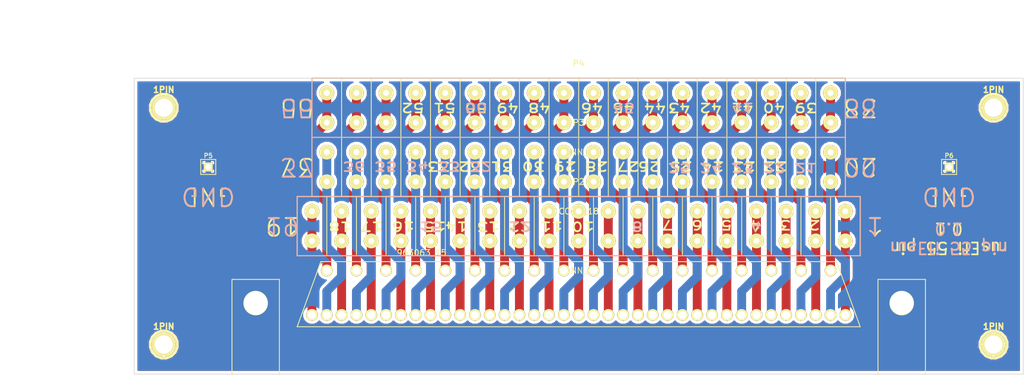
<source format=kicad_pcb>
(kicad_pcb (version 4) (host pcbnew 4.0.7)

  (general
    (links 111)
    (no_connects 2)
    (area 122.578573 107.300001 295.050001 197.375001)
    (thickness 1.6)
    (drawings 52)
    (tracks 239)
    (zones 0)
    (modules 10)
    (nets 57)
  )

  (page A3)
  (layers
    (0 F.Cu signal hide)
    (31 B.Cu signal)
    (32 B.Adhes user)
    (33 F.Adhes user)
    (34 B.Paste user hide)
    (35 F.Paste user)
    (36 B.SilkS user hide)
    (37 F.SilkS user)
    (38 B.Mask user)
    (39 F.Mask user)
    (40 Dwgs.User user)
    (41 Cmts.User user)
    (42 Eco1.User user)
    (43 Eco2.User user)
    (44 Edge.Cuts user)
  )

  (setup
    (last_trace_width 0.3)
    (user_trace_width 0.3)
    (user_trace_width 0.5)
    (user_trace_width 0.6)
    (user_trace_width 0.7)
    (user_trace_width 0.8)
    (user_trace_width 0.9)
    (user_trace_width 1)
    (user_trace_width 1.5)
    (user_trace_width 2)
    (trace_clearance 0.3)
    (zone_clearance 0.5)
    (zone_45_only no)
    (trace_min 0.254)
    (segment_width 0.2)
    (edge_width 0.1)
    (via_size 0.889)
    (via_drill 0.635)
    (via_min_size 0.889)
    (via_min_drill 0.508)
    (uvia_size 0.508)
    (uvia_drill 0.127)
    (uvias_allowed no)
    (uvia_min_size 0.508)
    (uvia_min_drill 0.127)
    (pcb_text_width 0.3)
    (pcb_text_size 1.5 1.5)
    (mod_edge_width 0.15)
    (mod_text_size 1 1)
    (mod_text_width 0.15)
    (pad_size 4 4)
    (pad_drill 4)
    (pad_to_mask_clearance 0)
    (aux_axis_origin 0 0)
    (visible_elements 7FFFFFFF)
    (pcbplotparams
      (layerselection 0x010fc_80000001)
      (usegerberextensions true)
      (excludeedgelayer true)
      (linewidth 0.150000)
      (plotframeref false)
      (viasonmask false)
      (mode 1)
      (useauxorigin false)
      (hpglpennumber 1)
      (hpglpenspeed 20)
      (hpglpendiameter 15)
      (hpglpenoverlay 2)
      (psnegative false)
      (psa4output false)
      (plotreference true)
      (plotvalue true)
      (plotinvisibletext false)
      (padsonsilk false)
      (subtractmaskfromsilk false)
      (outputformat 1)
      (mirror false)
      (drillshape 0)
      (scaleselection 1)
      (outputdirectory 963063-15_55_pin_connector_gerbers))
  )

  (net 0 "")
  (net 1 GND)
  (net 2 N-000001)
  (net 3 N-0000010)
  (net 4 N-0000011)
  (net 5 N-0000012)
  (net 6 N-0000013)
  (net 7 N-0000014)
  (net 8 N-0000015)
  (net 9 N-0000016)
  (net 10 N-0000017)
  (net 11 N-0000018)
  (net 12 N-0000019)
  (net 13 N-000002)
  (net 14 N-0000020)
  (net 15 N-0000021)
  (net 16 N-0000022)
  (net 17 N-0000023)
  (net 18 N-0000024)
  (net 19 N-0000025)
  (net 20 N-0000026)
  (net 21 N-0000027)
  (net 22 N-0000028)
  (net 23 N-0000029)
  (net 24 N-000003)
  (net 25 N-0000030)
  (net 26 N-0000031)
  (net 27 N-0000032)
  (net 28 N-0000033)
  (net 29 N-0000034)
  (net 30 N-0000035)
  (net 31 N-0000036)
  (net 32 N-0000037)
  (net 33 N-0000038)
  (net 34 N-0000039)
  (net 35 N-000004)
  (net 36 N-0000040)
  (net 37 N-0000041)
  (net 38 N-0000042)
  (net 39 N-0000043)
  (net 40 N-0000044)
  (net 41 N-0000046)
  (net 42 N-0000047)
  (net 43 N-0000048)
  (net 44 N-0000049)
  (net 45 N-000005)
  (net 46 N-0000050)
  (net 47 N-0000051)
  (net 48 N-0000052)
  (net 49 N-0000053)
  (net 50 N-0000054)
  (net 51 N-0000055)
  (net 52 N-0000056)
  (net 53 N-000006)
  (net 54 N-000007)
  (net 55 N-000008)
  (net 56 N-000009)

  (net_class Default "Это класс цепей по умолчанию."
    (clearance 0.3)
    (trace_width 0.3)
    (via_dia 0.889)
    (via_drill 0.635)
    (uvia_dia 0.508)
    (uvia_drill 0.127)
    (add_net GND)
    (add_net N-000001)
    (add_net N-0000010)
    (add_net N-0000011)
    (add_net N-0000012)
    (add_net N-0000013)
    (add_net N-0000014)
    (add_net N-0000015)
    (add_net N-0000016)
    (add_net N-0000017)
    (add_net N-0000018)
    (add_net N-0000019)
    (add_net N-000002)
    (add_net N-0000020)
    (add_net N-0000021)
    (add_net N-0000022)
    (add_net N-0000023)
    (add_net N-0000024)
    (add_net N-0000025)
    (add_net N-0000026)
    (add_net N-0000027)
    (add_net N-0000028)
    (add_net N-0000029)
    (add_net N-000003)
    (add_net N-0000030)
    (add_net N-0000031)
    (add_net N-0000032)
    (add_net N-0000033)
    (add_net N-0000034)
    (add_net N-0000035)
    (add_net N-0000036)
    (add_net N-0000037)
    (add_net N-0000038)
    (add_net N-0000039)
    (add_net N-000004)
    (add_net N-0000040)
    (add_net N-0000041)
    (add_net N-0000042)
    (add_net N-0000043)
    (add_net N-0000044)
    (add_net N-0000046)
    (add_net N-0000047)
    (add_net N-0000048)
    (add_net N-0000049)
    (add_net N-000005)
    (add_net N-0000050)
    (add_net N-0000051)
    (add_net N-0000052)
    (add_net N-0000053)
    (add_net N-0000054)
    (add_net N-0000055)
    (add_net N-0000056)
    (add_net N-000006)
    (add_net N-000007)
    (add_net N-000008)
    (add_net N-000009)
  )

  (module CON19X5 (layer F.Cu) (tedit 5421128E) (tstamp 54212E41)
    (at 220 145 180)
    (path /542111C2)
    (fp_text reference P2 (at 0 7.5 180) (layer F.SilkS)
      (effects (font (size 1 1) (thickness 0.15)))
    )
    (fp_text value CONN_19 (at 0 -7.5 180) (layer F.SilkS)
      (effects (font (size 1 1) (thickness 0.15)))
    )
    (fp_line (start -22.5 -5) (end -22.5 5) (layer F.SilkS) (width 0.15))
    (fp_line (start -22.5 5) (end -17.5 5) (layer F.SilkS) (width 0.15))
    (fp_line (start -17.5 5) (end -17.5 -5) (layer F.SilkS) (width 0.15))
    (fp_line (start -17.5 -5) (end -12.5 -5) (layer F.SilkS) (width 0.15))
    (fp_line (start -12.5 -5) (end -12.5 5) (layer F.SilkS) (width 0.15))
    (fp_line (start -12.5 5) (end -7.5 5) (layer F.SilkS) (width 0.15))
    (fp_line (start -7.5 5) (end -7.5 -5) (layer F.SilkS) (width 0.15))
    (fp_line (start -7.5 -5) (end -2.5 -5) (layer F.SilkS) (width 0.15))
    (fp_line (start -2.5 -5) (end -2.5 5) (layer F.SilkS) (width 0.15))
    (fp_line (start -2.5 5) (end 2.5 5) (layer F.SilkS) (width 0.15))
    (fp_line (start 2.5 5) (end 2.5 -5) (layer F.SilkS) (width 0.15))
    (fp_line (start 2.5 -5) (end 7.5 -5) (layer F.SilkS) (width 0.15))
    (fp_line (start 7.5 -5) (end 7.5 5) (layer F.SilkS) (width 0.15))
    (fp_line (start 7.5 5) (end 12.5 5) (layer F.SilkS) (width 0.15))
    (fp_line (start 12.5 5) (end 12.5 -5) (layer F.SilkS) (width 0.15))
    (fp_line (start 12.5 -5) (end 17.5 -5) (layer F.SilkS) (width 0.15))
    (fp_line (start 17.5 -5) (end 17.5 5) (layer F.SilkS) (width 0.15))
    (fp_line (start 17.5 5) (end 22.5 5) (layer F.SilkS) (width 0.15))
    (fp_line (start 22.5 5) (end 22.5 -5) (layer F.SilkS) (width 0.15))
    (fp_line (start 22.5 -5) (end 27.5 -5) (layer F.SilkS) (width 0.15))
    (fp_line (start 27.5 -5) (end 27.5 5) (layer F.SilkS) (width 0.15))
    (fp_line (start 27.5 5) (end 32.5 5) (layer F.SilkS) (width 0.15))
    (fp_line (start 32.5 5) (end 32.5 -5) (layer F.SilkS) (width 0.15))
    (fp_line (start 32.5 -5) (end 37.5 -5) (layer F.SilkS) (width 0.15))
    (fp_line (start 37.5 -5) (end 37.5 5) (layer F.SilkS) (width 0.15))
    (fp_line (start 37.5 5) (end 42.5 5) (layer F.SilkS) (width 0.15))
    (fp_line (start 42.5 5) (end 42.5 -5) (layer F.SilkS) (width 0.15))
    (fp_line (start -27.5 5) (end -27.5 -5) (layer F.SilkS) (width 0.15))
    (fp_line (start -32.5 -5) (end -32.5 5) (layer F.SilkS) (width 0.15))
    (fp_line (start -37.5 5) (end -37.5 -5) (layer F.SilkS) (width 0.15))
    (fp_line (start -42.5 -5) (end -42.5 5) (layer F.SilkS) (width 0.15))
    (fp_line (start -47.5 -5) (end -47.5 5) (layer F.SilkS) (width 0.15))
    (fp_line (start -47.5 5) (end 47.5 5) (layer F.SilkS) (width 0.15))
    (fp_line (start 47.5 5) (end 47.5 -5) (layer F.SilkS) (width 0.15))
    (fp_line (start 47.5 -5) (end -47.5 -5) (layer F.SilkS) (width 0.15))
    (pad 1 thru_hole circle (at -45 2.5 180) (size 2.5 2.5) (drill 1) (layers *.Cu *.Mask F.SilkS)
      (net 13 N-000002))
    (pad 2 thru_hole circle (at -40 2.5 180) (size 2.5 2.5) (drill 1) (layers *.Cu *.Mask F.SilkS)
      (net 24 N-000003))
    (pad 3 thru_hole circle (at -35 2.5 180) (size 2.5 2.5) (drill 1) (layers *.Cu *.Mask F.SilkS)
      (net 35 N-000004))
    (pad 4 thru_hole circle (at -30 2.5 180) (size 2.5 2.5) (drill 1) (layers *.Cu *.Mask F.SilkS)
      (net 45 N-000005))
    (pad 5 thru_hole circle (at -25 2.5 180) (size 2.5 2.5) (drill 1) (layers *.Cu *.Mask F.SilkS)
      (net 53 N-000006))
    (pad 6 thru_hole circle (at -20 2.5 180) (size 2.5 2.5) (drill 1) (layers *.Cu *.Mask F.SilkS)
      (net 54 N-000007))
    (pad 7 thru_hole circle (at -15 2.5 180) (size 2.5 2.5) (drill 1) (layers *.Cu *.Mask F.SilkS)
      (net 55 N-000008))
    (pad 8 thru_hole circle (at -10 2.5 180) (size 2.5 2.5) (drill 1) (layers *.Cu *.Mask F.SilkS)
      (net 56 N-000009))
    (pad 9 thru_hole circle (at -5 2.5 180) (size 2.5 2.5) (drill 1) (layers *.Cu *.Mask F.SilkS)
      (net 3 N-0000010))
    (pad 10 thru_hole circle (at 0 2.5 180) (size 2.5 2.5) (drill 1) (layers *.Cu *.Mask F.SilkS)
      (net 4 N-0000011))
    (pad 11 thru_hole circle (at 5 2.5 180) (size 2.5 2.5) (drill 1) (layers *.Cu *.Mask F.SilkS)
      (net 2 N-000001))
    (pad 12 thru_hole circle (at 10 2.5 180) (size 2.5 2.5) (drill 1) (layers *.Cu *.Mask F.SilkS)
      (net 6 N-0000013))
    (pad 13 thru_hole circle (at 15 2.5 180) (size 2.5 2.5) (drill 1) (layers *.Cu *.Mask F.SilkS)
      (net 7 N-0000014))
    (pad 14 thru_hole circle (at 20 2.5 180) (size 2.5 2.5) (drill 1) (layers *.Cu *.Mask F.SilkS)
      (net 8 N-0000015))
    (pad 15 thru_hole circle (at 25 2.5 180) (size 2.5 2.5) (drill 1) (layers *.Cu *.Mask F.SilkS)
      (net 9 N-0000016))
    (pad 16 thru_hole circle (at 30 2.5 180) (size 2.5 2.5) (drill 1) (layers *.Cu *.Mask F.SilkS)
      (net 10 N-0000017))
    (pad 17 thru_hole circle (at 35 2.5 180) (size 2.5 2.5) (drill 1) (layers *.Cu *.Mask F.SilkS)
      (net 11 N-0000018))
    (pad 18 thru_hole circle (at 40 2.5 180) (size 2.5 2.5) (drill 1) (layers *.Cu *.Mask F.SilkS)
      (net 12 N-0000019))
    (pad 19 thru_hole circle (at 45 2.5 180) (size 2.5 2.5) (drill 1) (layers *.Cu *.Mask F.SilkS)
      (net 14 N-0000020))
    (pad 1 thru_hole circle (at -45 -2.5 180) (size 2.5 2.5) (drill 1) (layers *.Cu *.Mask F.SilkS)
      (net 13 N-000002))
    (pad 2 thru_hole circle (at -40 -2.5 180) (size 2.5 2.5) (drill 1) (layers *.Cu *.Mask F.SilkS)
      (net 24 N-000003))
    (pad 3 thru_hole circle (at -35 -2.5 180) (size 2.5 2.5) (drill 1) (layers *.Cu *.Mask F.SilkS)
      (net 35 N-000004))
    (pad 4 thru_hole circle (at -30 -2.5 180) (size 2.5 2.5) (drill 1) (layers *.Cu *.Mask F.SilkS)
      (net 45 N-000005))
    (pad 5 thru_hole circle (at -25 -2.5 180) (size 2.5 2.5) (drill 1) (layers *.Cu *.Mask F.SilkS)
      (net 53 N-000006))
    (pad 6 thru_hole circle (at -20 -2.5 180) (size 2.5 2.5) (drill 1) (layers *.Cu *.Mask F.SilkS)
      (net 54 N-000007))
    (pad 7 thru_hole circle (at -15 -2.5 180) (size 2.5 2.5) (drill 1) (layers *.Cu *.Mask F.SilkS)
      (net 55 N-000008))
    (pad 8 thru_hole circle (at -10 -2.5 180) (size 2.5 2.5) (drill 1) (layers *.Cu *.Mask F.SilkS)
      (net 56 N-000009))
    (pad 9 thru_hole circle (at -5 -2.5 180) (size 2.5 2.5) (drill 1) (layers *.Cu *.Mask F.SilkS)
      (net 3 N-0000010))
    (pad 10 thru_hole circle (at 0 -2.5 180) (size 2.5 2.5) (drill 1) (layers *.Cu *.Mask F.SilkS)
      (net 4 N-0000011))
    (pad 11 thru_hole circle (at 5 -2.5 180) (size 2.5 2.5) (drill 1) (layers *.Cu *.Mask F.SilkS)
      (net 2 N-000001))
    (pad 12 thru_hole circle (at 10 -2.5 180) (size 2.5 2.5) (drill 1) (layers *.Cu *.Mask F.SilkS)
      (net 6 N-0000013))
    (pad 13 thru_hole circle (at 15 -2.5 180) (size 2.5 2.5) (drill 1) (layers *.Cu *.Mask F.SilkS)
      (net 7 N-0000014))
    (pad 14 thru_hole circle (at 20 -2.5 180) (size 2.5 2.5) (drill 1) (layers *.Cu *.Mask F.SilkS)
      (net 8 N-0000015))
    (pad 15 thru_hole circle (at 25 -2.5 180) (size 2.5 2.5) (drill 1) (layers *.Cu *.Mask F.SilkS)
      (net 9 N-0000016))
    (pad 16 thru_hole circle (at 30 -2.5 180) (size 2.5 2.5) (drill 1) (layers *.Cu *.Mask F.SilkS)
      (net 10 N-0000017))
    (pad 17 thru_hole circle (at 35 -2.5 180) (size 2.5 2.5) (drill 1) (layers *.Cu *.Mask F.SilkS)
      (net 11 N-0000018))
    (pad 18 thru_hole circle (at 40 -2.5 180) (size 2.5 2.5) (drill 1) (layers *.Cu *.Mask F.SilkS)
      (net 12 N-0000019))
    (pad 19 thru_hole circle (at 45 -2.5 180) (size 2.5 2.5) (drill 1) (layers *.Cu *.Mask F.SilkS)
      (net 14 N-0000020))
  )

  (module CON18X5 (layer F.Cu) (tedit 5421131E) (tstamp 54212E8B)
    (at 220 135 180)
    (path /54211270)
    (fp_text reference P3 (at 0 7.5 180) (layer F.SilkS)
      (effects (font (size 1 1) (thickness 0.15)))
    )
    (fp_text value CONN_18 (at 0 -7.5 180) (layer F.SilkS)
      (effects (font (size 1 1) (thickness 0.15)))
    )
    (fp_line (start -45 -5) (end 45 -5) (layer F.SilkS) (width 0.15))
    (fp_line (start -45 5) (end 45 5) (layer F.SilkS) (width 0.15))
    (fp_line (start -20 -5) (end -20 5) (layer F.SilkS) (width 0.15))
    (fp_line (start -20 5) (end -15 5) (layer F.SilkS) (width 0.15))
    (fp_line (start -15 5) (end -15 -5) (layer F.SilkS) (width 0.15))
    (fp_line (start -15 -5) (end -10 -5) (layer F.SilkS) (width 0.15))
    (fp_line (start -10 -5) (end -10 5) (layer F.SilkS) (width 0.15))
    (fp_line (start -10 5) (end -5 5) (layer F.SilkS) (width 0.15))
    (fp_line (start -5 5) (end -5 -5) (layer F.SilkS) (width 0.15))
    (fp_line (start -5 -5) (end 0 -5) (layer F.SilkS) (width 0.15))
    (fp_line (start 0 -5) (end 0 5) (layer F.SilkS) (width 0.15))
    (fp_line (start 0 5) (end 5 5) (layer F.SilkS) (width 0.15))
    (fp_line (start 5 5) (end 5 -5) (layer F.SilkS) (width 0.15))
    (fp_line (start 5 -5) (end 10 -5) (layer F.SilkS) (width 0.15))
    (fp_line (start 10 -5) (end 10 5) (layer F.SilkS) (width 0.15))
    (fp_line (start 10 5) (end 15 5) (layer F.SilkS) (width 0.15))
    (fp_line (start 15 5) (end 15 -5) (layer F.SilkS) (width 0.15))
    (fp_line (start 15 -5) (end 20 -5) (layer F.SilkS) (width 0.15))
    (fp_line (start 20 -5) (end 20 5) (layer F.SilkS) (width 0.15))
    (fp_line (start 20 5) (end 25 5) (layer F.SilkS) (width 0.15))
    (fp_line (start 25 5) (end 25 -5) (layer F.SilkS) (width 0.15))
    (fp_line (start 25 -5) (end 30 -5) (layer F.SilkS) (width 0.15))
    (fp_line (start 30 -5) (end 30 5) (layer F.SilkS) (width 0.15))
    (fp_line (start 30 5) (end 35 5) (layer F.SilkS) (width 0.15))
    (fp_line (start 35 5) (end 35 -5) (layer F.SilkS) (width 0.15))
    (fp_line (start 35 -5) (end 40 -5) (layer F.SilkS) (width 0.15))
    (fp_line (start 40 -5) (end 40 5) (layer F.SilkS) (width 0.15))
    (fp_line (start 40 5) (end 45 5) (layer F.SilkS) (width 0.15))
    (fp_line (start 45 5) (end 45 -5) (layer F.SilkS) (width 0.15))
    (fp_line (start -25 5) (end -25 -5) (layer F.SilkS) (width 0.15))
    (fp_line (start -30 -5) (end -30 5) (layer F.SilkS) (width 0.15))
    (fp_line (start -35 5) (end -35 -5) (layer F.SilkS) (width 0.15))
    (fp_line (start -40 -5) (end -40 5) (layer F.SilkS) (width 0.15))
    (fp_line (start -45 -5) (end -45 5) (layer F.SilkS) (width 0.15))
    (pad 1 thru_hole circle (at -42.5 2.5 180) (size 2.5 2.5) (drill 1) (layers *.Cu *.Mask F.SilkS)
      (net 15 N-0000021))
    (pad 2 thru_hole circle (at -37.5 2.5 180) (size 2.5 2.5) (drill 1) (layers *.Cu *.Mask F.SilkS)
      (net 16 N-0000022))
    (pad 3 thru_hole circle (at -32.5 2.5 180) (size 2.5 2.5) (drill 1) (layers *.Cu *.Mask F.SilkS)
      (net 29 N-0000034))
    (pad 4 thru_hole circle (at -27.5 2.5 180) (size 2.5 2.5) (drill 1) (layers *.Cu *.Mask F.SilkS)
      (net 42 N-0000047))
    (pad 5 thru_hole circle (at -22.5 2.5 180) (size 2.5 2.5) (drill 1) (layers *.Cu *.Mask F.SilkS)
      (net 43 N-0000048))
    (pad 6 thru_hole circle (at -17.5 2.5 180) (size 2.5 2.5) (drill 1) (layers *.Cu *.Mask F.SilkS)
      (net 44 N-0000049))
    (pad 7 thru_hole circle (at -12.5 2.5 180) (size 2.5 2.5) (drill 1) (layers *.Cu *.Mask F.SilkS)
      (net 46 N-0000050))
    (pad 8 thru_hole circle (at -7.5 2.5 180) (size 2.5 2.5) (drill 1) (layers *.Cu *.Mask F.SilkS)
      (net 47 N-0000051))
    (pad 9 thru_hole circle (at -2.5 2.5 180) (size 2.5 2.5) (drill 1) (layers *.Cu *.Mask F.SilkS)
      (net 48 N-0000052))
    (pad 10 thru_hole circle (at 2.5 2.5 180) (size 2.5 2.5) (drill 1) (layers *.Cu *.Mask F.SilkS)
      (net 49 N-0000053))
    (pad 11 thru_hole circle (at 7.5 2.5 180) (size 2.5 2.5) (drill 1) (layers *.Cu *.Mask F.SilkS)
      (net 50 N-0000054))
    (pad 12 thru_hole circle (at 12.5 2.5 180) (size 2.5 2.5) (drill 1) (layers *.Cu *.Mask F.SilkS)
      (net 51 N-0000055))
    (pad 13 thru_hole circle (at 17.5 2.5 180) (size 2.5 2.5) (drill 1) (layers *.Cu *.Mask F.SilkS)
      (net 52 N-0000056))
    (pad 14 thru_hole circle (at 22.5 2.5 180) (size 2.5 2.5) (drill 1) (layers *.Cu *.Mask F.SilkS)
      (net 41 N-0000046))
    (pad 15 thru_hole circle (at 27.5 2.5 180) (size 2.5 2.5) (drill 1) (layers *.Cu *.Mask F.SilkS)
      (net 18 N-0000024))
    (pad 16 thru_hole circle (at 32.5 2.5 180) (size 2.5 2.5) (drill 1) (layers *.Cu *.Mask F.SilkS)
      (net 19 N-0000025))
    (pad 17 thru_hole circle (at 37.5 2.5 180) (size 2.5 2.5) (drill 1) (layers *.Cu *.Mask F.SilkS)
      (net 20 N-0000026))
    (pad 18 thru_hole circle (at 42.5 2.5 180) (size 2.5 2.5) (drill 1) (layers *.Cu *.Mask F.SilkS)
      (net 21 N-0000027))
    (pad 1 thru_hole circle (at -42.5 -2.5 180) (size 2.5 2.5) (drill 1) (layers *.Cu *.Mask F.SilkS)
      (net 15 N-0000021))
    (pad 2 thru_hole circle (at -37.5 -2.5 180) (size 2.5 2.5) (drill 1) (layers *.Cu *.Mask F.SilkS)
      (net 16 N-0000022))
    (pad 3 thru_hole circle (at -32.5 -2.5 180) (size 2.5 2.5) (drill 1) (layers *.Cu *.Mask F.SilkS)
      (net 29 N-0000034))
    (pad 4 thru_hole circle (at -27.5 -2.5 180) (size 2.5 2.5) (drill 1) (layers *.Cu *.Mask F.SilkS)
      (net 42 N-0000047))
    (pad 5 thru_hole circle (at -22.5 -2.5 180) (size 2.5 2.5) (drill 1) (layers *.Cu *.Mask F.SilkS)
      (net 43 N-0000048))
    (pad 6 thru_hole circle (at -17.5 -2.5 180) (size 2.5 2.5) (drill 1) (layers *.Cu *.Mask F.SilkS)
      (net 44 N-0000049))
    (pad 7 thru_hole circle (at -12.5 -2.5 180) (size 2.5 2.5) (drill 1) (layers *.Cu *.Mask F.SilkS)
      (net 46 N-0000050))
    (pad 8 thru_hole circle (at -7.5 -2.5 180) (size 2.5 2.5) (drill 1) (layers *.Cu *.Mask F.SilkS)
      (net 47 N-0000051))
    (pad 9 thru_hole circle (at -2.5 -2.5 180) (size 2.5 2.5) (drill 1) (layers *.Cu *.Mask F.SilkS)
      (net 48 N-0000052))
    (pad 10 thru_hole circle (at 2.5 -2.5 180) (size 2.5 2.5) (drill 1) (layers *.Cu *.Mask F.SilkS)
      (net 49 N-0000053))
    (pad 11 thru_hole circle (at 7.5 -2.5 180) (size 2.5 2.5) (drill 1) (layers *.Cu *.Mask F.SilkS)
      (net 50 N-0000054))
    (pad 12 thru_hole circle (at 12.5 -2.5 180) (size 2.5 2.5) (drill 1) (layers *.Cu *.Mask F.SilkS)
      (net 51 N-0000055))
    (pad 13 thru_hole circle (at 17.5 -2.5 180) (size 2.5 2.5) (drill 1) (layers *.Cu *.Mask F.SilkS)
      (net 52 N-0000056))
    (pad 14 thru_hole circle (at 22.5 -2.5 180) (size 2.5 2.5) (drill 1) (layers *.Cu *.Mask F.SilkS)
      (net 41 N-0000046))
    (pad 15 thru_hole circle (at 27.5 -2.5 180) (size 2.5 2.5) (drill 1) (layers *.Cu *.Mask F.SilkS)
      (net 18 N-0000024))
    (pad 16 thru_hole circle (at 32.5 -2.5 180) (size 2.5 2.5) (drill 1) (layers *.Cu *.Mask F.SilkS)
      (net 19 N-0000025))
    (pad 17 thru_hole circle (at 37.5 -2.5 180) (size 2.5 2.5) (drill 1) (layers *.Cu *.Mask F.SilkS)
      (net 20 N-0000026))
    (pad 18 thru_hole circle (at 42.5 -2.5 180) (size 2.5 2.5) (drill 1) (layers *.Cu *.Mask F.SilkS)
      (net 21 N-0000027))
  )

  (module CON18X5 (layer F.Cu) (tedit 5421131E) (tstamp 54212ED5)
    (at 220 125 180)
    (path /5421127F)
    (fp_text reference P4 (at 0 7.5 180) (layer F.SilkS)
      (effects (font (size 1 1) (thickness 0.15)))
    )
    (fp_text value CONN_18 (at 0 -7.5 180) (layer F.SilkS)
      (effects (font (size 1 1) (thickness 0.15)))
    )
    (fp_line (start -45 -5) (end 45 -5) (layer F.SilkS) (width 0.15))
    (fp_line (start -45 5) (end 45 5) (layer F.SilkS) (width 0.15))
    (fp_line (start -20 -5) (end -20 5) (layer F.SilkS) (width 0.15))
    (fp_line (start -20 5) (end -15 5) (layer F.SilkS) (width 0.15))
    (fp_line (start -15 5) (end -15 -5) (layer F.SilkS) (width 0.15))
    (fp_line (start -15 -5) (end -10 -5) (layer F.SilkS) (width 0.15))
    (fp_line (start -10 -5) (end -10 5) (layer F.SilkS) (width 0.15))
    (fp_line (start -10 5) (end -5 5) (layer F.SilkS) (width 0.15))
    (fp_line (start -5 5) (end -5 -5) (layer F.SilkS) (width 0.15))
    (fp_line (start -5 -5) (end 0 -5) (layer F.SilkS) (width 0.15))
    (fp_line (start 0 -5) (end 0 5) (layer F.SilkS) (width 0.15))
    (fp_line (start 0 5) (end 5 5) (layer F.SilkS) (width 0.15))
    (fp_line (start 5 5) (end 5 -5) (layer F.SilkS) (width 0.15))
    (fp_line (start 5 -5) (end 10 -5) (layer F.SilkS) (width 0.15))
    (fp_line (start 10 -5) (end 10 5) (layer F.SilkS) (width 0.15))
    (fp_line (start 10 5) (end 15 5) (layer F.SilkS) (width 0.15))
    (fp_line (start 15 5) (end 15 -5) (layer F.SilkS) (width 0.15))
    (fp_line (start 15 -5) (end 20 -5) (layer F.SilkS) (width 0.15))
    (fp_line (start 20 -5) (end 20 5) (layer F.SilkS) (width 0.15))
    (fp_line (start 20 5) (end 25 5) (layer F.SilkS) (width 0.15))
    (fp_line (start 25 5) (end 25 -5) (layer F.SilkS) (width 0.15))
    (fp_line (start 25 -5) (end 30 -5) (layer F.SilkS) (width 0.15))
    (fp_line (start 30 -5) (end 30 5) (layer F.SilkS) (width 0.15))
    (fp_line (start 30 5) (end 35 5) (layer F.SilkS) (width 0.15))
    (fp_line (start 35 5) (end 35 -5) (layer F.SilkS) (width 0.15))
    (fp_line (start 35 -5) (end 40 -5) (layer F.SilkS) (width 0.15))
    (fp_line (start 40 -5) (end 40 5) (layer F.SilkS) (width 0.15))
    (fp_line (start 40 5) (end 45 5) (layer F.SilkS) (width 0.15))
    (fp_line (start 45 5) (end 45 -5) (layer F.SilkS) (width 0.15))
    (fp_line (start -25 5) (end -25 -5) (layer F.SilkS) (width 0.15))
    (fp_line (start -30 -5) (end -30 5) (layer F.SilkS) (width 0.15))
    (fp_line (start -35 5) (end -35 -5) (layer F.SilkS) (width 0.15))
    (fp_line (start -40 -5) (end -40 5) (layer F.SilkS) (width 0.15))
    (fp_line (start -45 -5) (end -45 5) (layer F.SilkS) (width 0.15))
    (pad 1 thru_hole circle (at -42.5 2.5 180) (size 2.5 2.5) (drill 1) (layers *.Cu *.Mask F.SilkS)
      (net 22 N-0000028))
    (pad 2 thru_hole circle (at -37.5 2.5 180) (size 2.5 2.5) (drill 1) (layers *.Cu *.Mask F.SilkS)
      (net 23 N-0000029))
    (pad 3 thru_hole circle (at -32.5 2.5 180) (size 2.5 2.5) (drill 1) (layers *.Cu *.Mask F.SilkS)
      (net 25 N-0000030))
    (pad 4 thru_hole circle (at -27.5 2.5 180) (size 2.5 2.5) (drill 1) (layers *.Cu *.Mask F.SilkS)
      (net 26 N-0000031))
    (pad 5 thru_hole circle (at -22.5 2.5 180) (size 2.5 2.5) (drill 1) (layers *.Cu *.Mask F.SilkS)
      (net 27 N-0000032))
    (pad 6 thru_hole circle (at -17.5 2.5 180) (size 2.5 2.5) (drill 1) (layers *.Cu *.Mask F.SilkS)
      (net 28 N-0000033))
    (pad 7 thru_hole circle (at -12.5 2.5 180) (size 2.5 2.5) (drill 1) (layers *.Cu *.Mask F.SilkS)
      (net 17 N-0000023))
    (pad 8 thru_hole circle (at -7.5 2.5 180) (size 2.5 2.5) (drill 1) (layers *.Cu *.Mask F.SilkS)
      (net 30 N-0000035))
    (pad 9 thru_hole circle (at -2.5 2.5 180) (size 2.5 2.5) (drill 1) (layers *.Cu *.Mask F.SilkS)
      (net 31 N-0000036))
    (pad 10 thru_hole circle (at 2.5 2.5 180) (size 2.5 2.5) (drill 1) (layers *.Cu *.Mask F.SilkS)
      (net 32 N-0000037))
    (pad 11 thru_hole circle (at 7.5 2.5 180) (size 2.5 2.5) (drill 1) (layers *.Cu *.Mask F.SilkS)
      (net 33 N-0000038))
    (pad 12 thru_hole circle (at 12.5 2.5 180) (size 2.5 2.5) (drill 1) (layers *.Cu *.Mask F.SilkS)
      (net 34 N-0000039))
    (pad 13 thru_hole circle (at 17.5 2.5 180) (size 2.5 2.5) (drill 1) (layers *.Cu *.Mask F.SilkS)
      (net 36 N-0000040))
    (pad 14 thru_hole circle (at 22.5 2.5 180) (size 2.5 2.5) (drill 1) (layers *.Cu *.Mask F.SilkS)
      (net 37 N-0000041))
    (pad 15 thru_hole circle (at 27.5 2.5 180) (size 2.5 2.5) (drill 1) (layers *.Cu *.Mask F.SilkS)
      (net 38 N-0000042))
    (pad 16 thru_hole circle (at 32.5 2.5 180) (size 2.5 2.5) (drill 1) (layers *.Cu *.Mask F.SilkS)
      (net 39 N-0000043))
    (pad 17 thru_hole circle (at 37.5 2.5 180) (size 2.5 2.5) (drill 1) (layers *.Cu *.Mask F.SilkS)
      (net 40 N-0000044))
    (pad 18 thru_hole circle (at 42.5 2.5 180) (size 2.5 2.5) (drill 1) (layers *.Cu *.Mask F.SilkS)
      (net 5 N-0000012))
    (pad 1 thru_hole circle (at -42.5 -2.5 180) (size 2.5 2.5) (drill 1) (layers *.Cu *.Mask F.SilkS)
      (net 22 N-0000028))
    (pad 2 thru_hole circle (at -37.5 -2.5 180) (size 2.5 2.5) (drill 1) (layers *.Cu *.Mask F.SilkS)
      (net 23 N-0000029))
    (pad 3 thru_hole circle (at -32.5 -2.5 180) (size 2.5 2.5) (drill 1) (layers *.Cu *.Mask F.SilkS)
      (net 25 N-0000030))
    (pad 4 thru_hole circle (at -27.5 -2.5 180) (size 2.5 2.5) (drill 1) (layers *.Cu *.Mask F.SilkS)
      (net 26 N-0000031))
    (pad 5 thru_hole circle (at -22.5 -2.5 180) (size 2.5 2.5) (drill 1) (layers *.Cu *.Mask F.SilkS)
      (net 27 N-0000032))
    (pad 6 thru_hole circle (at -17.5 -2.5 180) (size 2.5 2.5) (drill 1) (layers *.Cu *.Mask F.SilkS)
      (net 28 N-0000033))
    (pad 7 thru_hole circle (at -12.5 -2.5 180) (size 2.5 2.5) (drill 1) (layers *.Cu *.Mask F.SilkS)
      (net 17 N-0000023))
    (pad 8 thru_hole circle (at -7.5 -2.5 180) (size 2.5 2.5) (drill 1) (layers *.Cu *.Mask F.SilkS)
      (net 30 N-0000035))
    (pad 9 thru_hole circle (at -2.5 -2.5 180) (size 2.5 2.5) (drill 1) (layers *.Cu *.Mask F.SilkS)
      (net 31 N-0000036))
    (pad 10 thru_hole circle (at 2.5 -2.5 180) (size 2.5 2.5) (drill 1) (layers *.Cu *.Mask F.SilkS)
      (net 32 N-0000037))
    (pad 11 thru_hole circle (at 7.5 -2.5 180) (size 2.5 2.5) (drill 1) (layers *.Cu *.Mask F.SilkS)
      (net 33 N-0000038))
    (pad 12 thru_hole circle (at 12.5 -2.5 180) (size 2.5 2.5) (drill 1) (layers *.Cu *.Mask F.SilkS)
      (net 34 N-0000039))
    (pad 13 thru_hole circle (at 17.5 -2.5 180) (size 2.5 2.5) (drill 1) (layers *.Cu *.Mask F.SilkS)
      (net 36 N-0000040))
    (pad 14 thru_hole circle (at 22.5 -2.5 180) (size 2.5 2.5) (drill 1) (layers *.Cu *.Mask F.SilkS)
      (net 37 N-0000041))
    (pad 15 thru_hole circle (at 27.5 -2.5 180) (size 2.5 2.5) (drill 1) (layers *.Cu *.Mask F.SilkS)
      (net 38 N-0000042))
    (pad 16 thru_hole circle (at 32.5 -2.5 180) (size 2.5 2.5) (drill 1) (layers *.Cu *.Mask F.SilkS)
      (net 39 N-0000043))
    (pad 17 thru_hole circle (at 37.5 -2.5 180) (size 2.5 2.5) (drill 1) (layers *.Cu *.Mask F.SilkS)
      (net 40 N-0000044))
    (pad 18 thru_hole circle (at 42.5 -2.5 180) (size 2.5 2.5) (drill 1) (layers *.Cu *.Mask F.SilkS)
      (net 5 N-0000012))
  )

  (module 1pin (layer F.Cu) (tedit 200000) (tstamp 5421474E)
    (at 290 125)
    (descr "module 1 pin (ou trou mecanique de percage)")
    (tags DEV)
    (path 1pin)
    (fp_text reference 1PIN (at 0 -3.048) (layer F.SilkS)
      (effects (font (size 1.016 1.016) (thickness 0.254)))
    )
    (fp_text value P*** (at 0 2.794) (layer F.SilkS) hide
      (effects (font (size 1.016 1.016) (thickness 0.254)))
    )
    (fp_circle (center 0 0) (end 0 -2.286) (layer F.SilkS) (width 0.381))
    (pad 1 thru_hole circle (at 0 0) (size 4.064 4.064) (drill 3.048) (layers *.Cu *.Mask F.SilkS))
  )

  (module 1pin (layer F.Cu) (tedit 200000) (tstamp 54214759)
    (at 290 165)
    (descr "module 1 pin (ou trou mecanique de percage)")
    (tags DEV)
    (path 1pin)
    (fp_text reference 1PIN (at 0 -3.048) (layer F.SilkS)
      (effects (font (size 1.016 1.016) (thickness 0.254)))
    )
    (fp_text value P*** (at 0 2.794) (layer F.SilkS) hide
      (effects (font (size 1.016 1.016) (thickness 0.254)))
    )
    (fp_circle (center 0 0) (end 0 -2.286) (layer F.SilkS) (width 0.381))
    (pad 1 thru_hole circle (at 0 0) (size 4.064 4.064) (drill 3.048) (layers *.Cu *.Mask F.SilkS))
  )

  (module 1pin (layer F.Cu) (tedit 200000) (tstamp 54214764)
    (at 150 165)
    (descr "module 1 pin (ou trou mecanique de percage)")
    (tags DEV)
    (path 1pin)
    (fp_text reference 1PIN (at 0 -3.048) (layer F.SilkS)
      (effects (font (size 1.016 1.016) (thickness 0.254)))
    )
    (fp_text value P*** (at 0 2.794) (layer F.SilkS) hide
      (effects (font (size 1.016 1.016) (thickness 0.254)))
    )
    (fp_circle (center 0 0) (end 0 -2.286) (layer F.SilkS) (width 0.381))
    (pad 1 thru_hole circle (at 0 0) (size 4.064 4.064) (drill 3.048) (layers *.Cu *.Mask F.SilkS))
  )

  (module 1pin (layer F.Cu) (tedit 200000) (tstamp 5421476F)
    (at 150 125)
    (descr "module 1 pin (ou trou mecanique de percage)")
    (tags DEV)
    (path 1pin)
    (fp_text reference 1PIN (at 0 -3.048) (layer F.SilkS)
      (effects (font (size 1.016 1.016) (thickness 0.254)))
    )
    (fp_text value P*** (at 0 2.794) (layer F.SilkS) hide
      (effects (font (size 1.016 1.016) (thickness 0.254)))
    )
    (fp_circle (center 0 0) (end 0 -2.286) (layer F.SilkS) (width 0.381))
    (pad 1 thru_hole circle (at 0 0) (size 4.064 4.064) (drill 3.048) (layers *.Cu *.Mask F.SilkS))
  )

  (module PIN_ARRAY_1 (layer F.Cu) (tedit 542125D8) (tstamp 5421477F)
    (at 157.5 135)
    (descr "1 pin")
    (tags "CONN DEV")
    (path /5421258F)
    (fp_text reference P5 (at 0 -1.905) (layer F.SilkS)
      (effects (font (size 0.762 0.762) (thickness 0.1524)))
    )
    (fp_text value CONN_1 (at 0 -1.905) (layer F.SilkS) hide
      (effects (font (size 0.762 0.762) (thickness 0.1524)))
    )
    (fp_line (start 1.27 1.27) (end -1.27 1.27) (layer F.SilkS) (width 0.1524))
    (fp_line (start -1.27 -1.27) (end 1.27 -1.27) (layer F.SilkS) (width 0.1524))
    (fp_line (start -1.27 1.27) (end -1.27 -1.27) (layer F.SilkS) (width 0.1524))
    (fp_line (start 1.27 -1.27) (end 1.27 1.27) (layer F.SilkS) (width 0.1524))
    (pad 1 thru_hole rect (at 0 0) (size 1.524 1.524) (drill 1.016) (layers *.Cu *.Mask F.SilkS)
      (net 1 GND))
    (model pin_array\pin_1.wrl
      (at (xyz 0 0 0))
      (scale (xyz 1 1 1))
      (rotate (xyz 0 0 0))
    )
  )

  (module PIN_ARRAY_1 (layer F.Cu) (tedit 4E4E744E) (tstamp 542147A0)
    (at 282.5 135)
    (descr "1 pin")
    (tags "CONN DEV")
    (path /54212643)
    (fp_text reference P6 (at 0 -1.905) (layer F.SilkS)
      (effects (font (size 0.762 0.762) (thickness 0.1524)))
    )
    (fp_text value CONN_1 (at 0 -1.905) (layer F.SilkS) hide
      (effects (font (size 0.762 0.762) (thickness 0.1524)))
    )
    (fp_line (start 1.27 1.27) (end -1.27 1.27) (layer F.SilkS) (width 0.1524))
    (fp_line (start -1.27 -1.27) (end 1.27 -1.27) (layer F.SilkS) (width 0.1524))
    (fp_line (start -1.27 1.27) (end -1.27 -1.27) (layer F.SilkS) (width 0.1524))
    (fp_line (start 1.27 -1.27) (end 1.27 1.27) (layer F.SilkS) (width 0.1524))
    (pad 1 thru_hole rect (at 0 0) (size 1.524 1.524) (drill 1.016) (layers *.Cu *.Mask F.SilkS)
      (net 1 GND))
    (model pin_array\pin_1.wrl
      (at (xyz 0 0 0))
      (scale (xyz 1 1 1))
      (rotate (xyz 0 0 0))
    )
  )

  (module 963063-15 (layer F.Cu) (tedit 542127FE) (tstamp 54212F31)
    (at 220 160)
    (path /542111B3)
    (fp_text reference P1 (at 0 27.5) (layer F.SilkS)
      (effects (font (size 1 1) (thickness 0.15)))
    )
    (fp_text value 963063_15 (at -26.5 -10.5) (layer F.SilkS)
      (effects (font (size 1 1) (thickness 0.15)))
    )
    (fp_line (start -56.5 16.5) (end -68.5 16.5) (layer F.SilkS) (width 0.15))
    (fp_line (start -68.5 16.5) (end -68.5 37) (layer F.SilkS) (width 0.15))
    (fp_line (start -68.5 37) (end 68.5 37) (layer F.SilkS) (width 0.15))
    (fp_line (start 68.5 37) (end 68.5 16.5) (layer F.SilkS) (width 0.15))
    (fp_line (start 68.5 16.5) (end 56.5 16.5) (layer F.SilkS) (width 0.15))
    (fp_line (start 56.5 14) (end 56.5 16.5) (layer F.SilkS) (width 0.15))
    (fp_line (start 56.5 16.5) (end -56.5 16.5) (layer F.SilkS) (width 0.15))
    (fp_line (start -56.5 16.5) (end -56.5 14) (layer F.SilkS) (width 0.15))
    (fp_line (start 50.5 0) (end 50.5 11.5) (layer F.SilkS) (width 0.15))
    (fp_line (start -50.5 0) (end -50.5 11.5) (layer F.SilkS) (width 0.15))
    (fp_line (start 58.5 11.5) (end -58.5 11.5) (layer F.SilkS) (width 0.15))
    (fp_line (start -58.5 0) (end -58.5 11.5) (layer F.SilkS) (width 0.15))
    (fp_line (start -58.5 11.5) (end -61 11.5) (layer F.SilkS) (width 0.15))
    (fp_line (start -61 11.5) (end -61 14) (layer F.SilkS) (width 0.15))
    (fp_line (start -61 14) (end 58.5 14) (layer F.SilkS) (width 0.15))
    (fp_line (start 58.5 14) (end 61 14) (layer F.SilkS) (width 0.15))
    (fp_line (start 61 14) (end 61 11.5) (layer F.SilkS) (width 0.15))
    (fp_line (start 61 11.5) (end 58.5 11.5) (layer F.SilkS) (width 0.15))
    (fp_line (start 58.5 11.5) (end 58.5 9.5) (layer F.SilkS) (width 0.15))
    (fp_line (start 58.5 9.5) (end 58.5 4) (layer F.SilkS) (width 0.15))
    (fp_line (start 58.5 4) (end 58.5 0) (layer F.SilkS) (width 0.15))
    (fp_line (start -50.5 0) (end -50.5 -6) (layer F.SilkS) (width 0.15))
    (fp_line (start -50.5 -6) (end -58.5 -6) (layer F.SilkS) (width 0.15))
    (fp_line (start -58.5 -6) (end -58.5 0) (layer F.SilkS) (width 0.15))
    (fp_line (start 50.5 0) (end 50.5 -6) (layer F.SilkS) (width 0.15))
    (fp_line (start 50.5 -6) (end 58.5 -6) (layer F.SilkS) (width 0.15))
    (fp_line (start 58.5 -6) (end 58.5 0) (layer F.SilkS) (width 0.15))
    (fp_circle (center -54.5 -2) (end -54.5 0) (layer F.SilkS) (width 0.15))
    (fp_circle (center 54.5 -2) (end 54.5 0) (layer F.SilkS) (width 0.15))
    (fp_line (start 43.5 -9) (end 47.5 2) (layer F.SilkS) (width 0.15))
    (fp_line (start 47.5 2) (end -47.5 2) (layer F.SilkS) (width 0.15))
    (fp_line (start -47.5 2) (end -43.5 -9) (layer F.SilkS) (width 0.15))
    (fp_line (start -43.5 -9) (end 43.5 -9) (layer F.SilkS) (width 0.15))
    (pad 1 thru_hole circle (at 45 0) (size 2 2) (drill 1.4) (layers *.Cu *.Mask F.SilkS)
      (net 13 N-000002))
    (pad 2 thru_hole circle (at 40 0) (size 2 2) (drill 1.4) (layers *.Cu *.Mask F.SilkS)
      (net 24 N-000003))
    (pad 3 thru_hole circle (at 35 0) (size 2 2) (drill 1.4) (layers *.Cu *.Mask F.SilkS)
      (net 35 N-000004))
    (pad 4 thru_hole circle (at 30 0) (size 2 2) (drill 1.4) (layers *.Cu *.Mask F.SilkS)
      (net 45 N-000005))
    (pad 5 thru_hole circle (at 25 0) (size 2 2) (drill 1.4) (layers *.Cu *.Mask F.SilkS)
      (net 53 N-000006))
    (pad 6 thru_hole circle (at 20 0) (size 2 2) (drill 1.4) (layers *.Cu *.Mask F.SilkS)
      (net 54 N-000007))
    (pad 7 thru_hole circle (at 15 0) (size 2 2) (drill 1.4) (layers *.Cu *.Mask F.SilkS)
      (net 55 N-000008))
    (pad 8 thru_hole circle (at 10 0) (size 2 2) (drill 1.4) (layers *.Cu *.Mask F.SilkS)
      (net 56 N-000009))
    (pad 9 thru_hole circle (at 5 0) (size 2 2) (drill 1.4) (layers *.Cu *.Mask F.SilkS)
      (net 3 N-0000010))
    (pad 10 thru_hole circle (at 0 0) (size 2 2) (drill 1.4) (layers *.Cu *.Mask F.SilkS)
      (net 4 N-0000011))
    (pad 11 thru_hole circle (at -5 0) (size 2 2) (drill 1.4) (layers *.Cu *.Mask F.SilkS)
      (net 2 N-000001))
    (pad 12 thru_hole circle (at -10 0) (size 2 2) (drill 1.4) (layers *.Cu *.Mask F.SilkS)
      (net 6 N-0000013))
    (pad 13 thru_hole circle (at -15 0) (size 2 2) (drill 1.4) (layers *.Cu *.Mask F.SilkS)
      (net 7 N-0000014))
    (pad 14 thru_hole circle (at -20 0) (size 2 2) (drill 1.4) (layers *.Cu *.Mask F.SilkS)
      (net 8 N-0000015))
    (pad 15 thru_hole circle (at -25 0) (size 2 2) (drill 1.4) (layers *.Cu *.Mask F.SilkS)
      (net 9 N-0000016))
    (pad 16 thru_hole circle (at -30 0) (size 2 2) (drill 1.4) (layers *.Cu *.Mask F.SilkS)
      (net 10 N-0000017))
    (pad 17 thru_hole circle (at -35 0) (size 2 2) (drill 1.4) (layers *.Cu *.Mask F.SilkS)
      (net 11 N-0000018))
    (pad 18 thru_hole circle (at -40 0) (size 2 2) (drill 1.4) (layers *.Cu *.Mask F.SilkS)
      (net 12 N-0000019))
    (pad 19 thru_hole circle (at -45 0) (size 2 2) (drill 1.4) (layers *.Cu *.Mask F.SilkS)
      (net 14 N-0000020))
    (pad 20 thru_hole circle (at 42.5 0) (size 2 2) (drill 1.4) (layers *.Cu *.Mask F.SilkS)
      (net 15 N-0000021))
    (pad 21 thru_hole circle (at 37.5 0) (size 2 2) (drill 1.4) (layers *.Cu *.Mask F.SilkS)
      (net 16 N-0000022))
    (pad 22 thru_hole circle (at 32.5 0) (size 2 2) (drill 1.4) (layers *.Cu *.Mask F.SilkS)
      (net 29 N-0000034))
    (pad 23 thru_hole circle (at 27.5 0) (size 2 2) (drill 1.4) (layers *.Cu *.Mask F.SilkS)
      (net 42 N-0000047))
    (pad 24 thru_hole circle (at 22.5 0) (size 2 2) (drill 1.4) (layers *.Cu *.Mask F.SilkS)
      (net 43 N-0000048))
    (pad 25 thru_hole circle (at 17.5 0) (size 2 2) (drill 1.4) (layers *.Cu *.Mask F.SilkS)
      (net 44 N-0000049))
    (pad 26 thru_hole circle (at 12.5 0) (size 2 2) (drill 1.4) (layers *.Cu *.Mask F.SilkS)
      (net 46 N-0000050))
    (pad 27 thru_hole circle (at 7.5 0) (size 2 2) (drill 1.4) (layers *.Cu *.Mask F.SilkS)
      (net 47 N-0000051))
    (pad 28 thru_hole circle (at 2.5 0) (size 2 2) (drill 1.4) (layers *.Cu *.Mask F.SilkS)
      (net 48 N-0000052))
    (pad 29 thru_hole circle (at -2.5 0) (size 2 2) (drill 1.4) (layers *.Cu *.Mask F.SilkS)
      (net 49 N-0000053))
    (pad 30 thru_hole circle (at -7.5 0) (size 2 2) (drill 1.4) (layers *.Cu *.Mask F.SilkS)
      (net 50 N-0000054))
    (pad 31 thru_hole circle (at -12.5 0) (size 2 2) (drill 1.4) (layers *.Cu *.Mask F.SilkS)
      (net 51 N-0000055))
    (pad 32 thru_hole circle (at -17.5 0) (size 2 2) (drill 1.4) (layers *.Cu *.Mask F.SilkS)
      (net 52 N-0000056))
    (pad 33 thru_hole circle (at -22.5 0) (size 2 2) (drill 1.4) (layers *.Cu *.Mask F.SilkS)
      (net 41 N-0000046))
    (pad 34 thru_hole circle (at -27.5 0) (size 2 2) (drill 1.4) (layers *.Cu *.Mask F.SilkS)
      (net 18 N-0000024))
    (pad 35 thru_hole circle (at -32.5 0) (size 2 2) (drill 1.4) (layers *.Cu *.Mask F.SilkS)
      (net 19 N-0000025))
    (pad 36 thru_hole circle (at -37.5 0) (size 2 2) (drill 1.4) (layers *.Cu *.Mask F.SilkS)
      (net 20 N-0000026))
    (pad 37 thru_hole circle (at -42.5 0) (size 2 2) (drill 1.4) (layers *.Cu *.Mask F.SilkS)
      (net 21 N-0000027))
    (pad 38 thru_hole circle (at 42.5 -7.5) (size 2 2) (drill 1.4) (layers *.Cu *.Mask F.SilkS)
      (net 22 N-0000028))
    (pad 39 thru_hole circle (at 37.5 -7.5) (size 2 2) (drill 1.4) (layers *.Cu *.Mask F.SilkS)
      (net 23 N-0000029))
    (pad 40 thru_hole circle (at 32.5 -7.5) (size 2 2) (drill 1.4) (layers *.Cu *.Mask F.SilkS)
      (net 25 N-0000030))
    (pad 41 thru_hole circle (at 27.5 -7.5) (size 2 2) (drill 1.4) (layers *.Cu *.Mask F.SilkS)
      (net 26 N-0000031))
    (pad 42 thru_hole circle (at 22.5 -7.5) (size 2 2) (drill 1.4) (layers *.Cu *.Mask F.SilkS)
      (net 27 N-0000032))
    (pad 43 thru_hole circle (at 17.5 -7.5) (size 2 2) (drill 1.4) (layers *.Cu *.Mask F.SilkS)
      (net 28 N-0000033))
    (pad 44 thru_hole circle (at 12.5 -7.5) (size 2 2) (drill 1.4) (layers *.Cu *.Mask F.SilkS)
      (net 17 N-0000023))
    (pad 45 thru_hole circle (at 7.5 -7.5) (size 2 2) (drill 1.4) (layers *.Cu *.Mask F.SilkS)
      (net 30 N-0000035))
    (pad 46 thru_hole circle (at 2.5 -7.5) (size 2 2) (drill 1.4) (layers *.Cu *.Mask F.SilkS)
      (net 31 N-0000036))
    (pad 47 thru_hole circle (at -2.5 -7.5) (size 2 2) (drill 1.4) (layers *.Cu *.Mask F.SilkS)
      (net 32 N-0000037))
    (pad 48 thru_hole circle (at -7.5 -7.5) (size 2 2) (drill 1.4) (layers *.Cu *.Mask F.SilkS)
      (net 33 N-0000038))
    (pad 49 thru_hole circle (at -12.5 -7.5) (size 2 2) (drill 1.4) (layers *.Cu *.Mask F.SilkS)
      (net 34 N-0000039))
    (pad 50 thru_hole circle (at -17.5 -7.5) (size 2 2) (drill 1.4) (layers *.Cu *.Mask F.SilkS)
      (net 36 N-0000040))
    (pad 51 thru_hole circle (at -22.5 -7.5) (size 2 2) (drill 1.4) (layers *.Cu *.Mask F.SilkS)
      (net 37 N-0000041))
    (pad 52 thru_hole circle (at -27.5 -7.5) (size 2 2) (drill 1.4) (layers *.Cu *.Mask F.SilkS)
      (net 38 N-0000042))
    (pad 53 thru_hole circle (at -32.5 -7.5) (size 2 2) (drill 1.4) (layers *.Cu *.Mask F.SilkS)
      (net 39 N-0000043))
    (pad 54 thru_hole circle (at -37.5 -7.5) (size 2 2) (drill 1.4) (layers *.Cu *.Mask F.SilkS)
      (net 40 N-0000044))
    (pad 55 thru_hole circle (at -42.5 -7.5) (size 2 2) (drill 1.4) (layers *.Cu *.Mask F.SilkS)
      (net 5 N-0000012))
    (pad ~ thru_hole circle (at -54.5 -2) (size 4 4) (drill 4) (layers *.Cu *.Mask F.SilkS))
    (pad ~ thru_hole circle (at 54.5 -2) (size 4 4) (drill 4) (layers *.Cu *.Mask F.SilkS))
  )

  (gr_text "44 45 46" (at 227.584 124.968 180) (layer F.SilkS)
    (effects (font (size 1.5 2) (thickness 0.3)))
  )
  (gr_text "39 40 41 42 43" (at 247.65 124.968 180) (layer F.SilkS)
    (effects (font (size 1.5 2) (thickness 0.3)))
  )
  (gr_text 41 (at 247.65 124.968 180) (layer B.SilkS)
    (effects (font (size 1.5 2) (thickness 0.3)) (justify mirror))
  )
  (gr_text 45 (at 227.584 124.968 180) (layer B.SilkS)
    (effects (font (size 1.5 2) (thickness 0.3)) (justify mirror))
  )
  (gr_text 50 (at 202.692 124.968 180) (layer B.SilkS)
    (effects (font (size 1.5 2) (thickness 0.3)) (justify mirror))
  )
  (gr_text "48 49 50 51 52" (at 202.692 124.968 180) (layer F.SilkS)
    (effects (font (size 1.5 2) (thickness 0.3)))
  )
  (gr_text "27 28 29 30 31 32 33" (at 212.344 134.874 180) (layer F.SilkS)
    (effects (font (size 1.5 2) (thickness 0.3)))
  )
  (gr_text "36 35 34 33 32" (at 192.786 134.874 180) (layer B.SilkS)
    (effects (font (size 1.5 2) (thickness 0.3)) (justify mirror))
  )
  (gr_text "25 24 23 22 21" (at 247.65 135.128 180) (layer B.SilkS)
    (effects (font (size 1.5 2) (thickness 0.3)) (justify mirror))
  )
  (gr_text "22 23 24 25 26" (at 242.57 134.874 180) (layer F.SilkS)
    (effects (font (size 1.5 2) (thickness 0.3)))
  )
  (gr_text 4 (at 249.936 145.034 180) (layer B.SilkS)
    (effects (font (size 1.5 2) (thickness 0.3)) (justify mirror))
  )
  (gr_text "2  3  4  5  6  7" (at 247.396 144.78 180) (layer F.SilkS)
    (effects (font (size 1.5 2) (thickness 0.3)))
  )
  (gr_text 15 (at 195.072 145.034 180) (layer B.SilkS)
    (effects (font (size 1.5 2) (thickness 0.3)) (justify mirror))
  )
  (gr_text 12 (at 210.058 145.034 180) (layer B.SilkS)
    (effects (font (size 1.5 2) (thickness 0.3)) (justify mirror))
  )
  (gr_text "10 11 12 13 14" (at 210.058 145.034 180) (layer F.SilkS)
    (effects (font (size 1.5 2) (thickness 0.3)))
  )
  (gr_text "15 16 17 18" (at 187.706 145.034 180) (layer F.SilkS)
    (effects (font (size 1.5 2) (thickness 0.3)))
  )
  (gr_text 8 (at 229.87 145.034 180) (layer F.SilkS)
    (effects (font (size 1.5 2) (thickness 0.3)))
  )
  (gr_text 8 (at 229.87 145.034 180) (layer B.SilkS)
    (effects (font (size 1.5 2) (thickness 0.3)) (justify mirror))
  )
  (gr_text "rusEfi 55 pin\n0.1" (at 282.448 147.066 180) (layer F.SilkS)
    (effects (font (size 2 2) (thickness 0.3)))
  )
  (gr_text "rusEfi 55 pin\n0.1" (at 282.448 147.066 180) (layer B.SilkS)
    (effects (font (size 2 2) (thickness 0.3)) (justify mirror))
  )
  (gr_line (start 265 120) (end 265 130) (angle 90) (layer B.SilkS) (width 0.2))
  (gr_line (start 175 120) (end 265 120) (angle 90) (layer B.SilkS) (width 0.2))
  (gr_line (start 175 130) (end 175 120) (angle 90) (layer B.SilkS) (width 0.2))
  (gr_line (start 175 130) (end 175 140) (angle 90) (layer B.SilkS) (width 0.2))
  (gr_line (start 265 130) (end 175 130) (angle 90) (layer B.SilkS) (width 0.2))
  (gr_line (start 265 140) (end 265 130) (angle 90) (layer B.SilkS) (width 0.2))
  (gr_line (start 172.5 140) (end 267.5 140) (angle 90) (layer B.SilkS) (width 0.2))
  (gr_line (start 172.5 150) (end 172.5 140) (angle 90) (layer B.SilkS) (width 0.2))
  (gr_line (start 267.5 150) (end 172.5 150) (angle 90) (layer B.SilkS) (width 0.2))
  (gr_line (start 267.5 140) (end 267.5 150) (angle 90) (layer B.SilkS) (width 0.2))
  (gr_text GND (at 282.5 140 180) (layer B.SilkS)
    (effects (font (size 3 3) (thickness 0.3)) (justify mirror))
  )
  (gr_text GND (at 157.5 140 180) (layer B.SilkS)
    (effects (font (size 3 3) (thickness 0.3)) (justify mirror))
  )
  (gr_text GND (at 157.5 140 180) (layer F.SilkS)
    (effects (font (size 3 3) (thickness 0.3)))
  )
  (gr_text GND (at 282.5 140 180) (layer F.SilkS)
    (effects (font (size 3 3) (thickness 0.3)))
  )
  (gr_text 1 (at 270 145 180) (layer B.SilkS)
    (effects (font (size 3 3) (thickness 0.3)) (justify mirror))
  )
  (gr_text "20\n" (at 267.5 135 180) (layer B.SilkS)
    (effects (font (size 3 3) (thickness 0.3)) (justify mirror))
  )
  (gr_text "38\n" (at 267.5 125 180) (layer B.SilkS)
    (effects (font (size 3 3) (thickness 0.3)) (justify mirror))
  )
  (gr_text "19\n" (at 170 145 180) (layer B.SilkS)
    (effects (font (size 3 3) (thickness 0.3)) (justify mirror))
  )
  (gr_text 37 (at 172.5 135 180) (layer B.SilkS)
    (effects (font (size 3 3) (thickness 0.3)) (justify mirror))
  )
  (gr_text 55 (at 172.5 125 180) (layer B.SilkS)
    (effects (font (size 3 3) (thickness 0.3)) (justify mirror))
  )
  (gr_text "19\n" (at 170 145 180) (layer F.SilkS)
    (effects (font (size 3 3) (thickness 0.3)))
  )
  (gr_text 37 (at 172.5 135 180) (layer F.SilkS)
    (effects (font (size 3 3) (thickness 0.3)))
  )
  (gr_text 55 (at 172.5 125 180) (layer F.SilkS)
    (effects (font (size 3 3) (thickness 0.3)))
  )
  (gr_text "38\n" (at 267.5 125 180) (layer F.SilkS)
    (effects (font (size 3 3) (thickness 0.3)))
  )
  (gr_text "20\n" (at 267.5 135 180) (layer F.SilkS)
    (effects (font (size 3 3) (thickness 0.3)))
  )
  (gr_text 1 (at 270 145 180) (layer F.SilkS)
    (effects (font (size 3 3) (thickness 0.3)))
  )
  (gr_line (start 295 170) (end 295 120) (angle 90) (layer Edge.Cuts) (width 0.1))
  (gr_line (start 145 170) (end 295 170) (angle 90) (layer Edge.Cuts) (width 0.1))
  (gr_line (start 145 120) (end 145 170) (angle 90) (layer Edge.Cuts) (width 0.1))
  (dimension 50 (width 0.3) (layer Eco2.User)
    (gr_text "50,000 мм" (at 128.650001 144.999999 270) (layer Eco2.User)
      (effects (font (size 1.5 1.5) (thickness 0.3)))
    )
    (feature1 (pts (xy 145 170) (xy 127.300001 169.999999)))
    (feature2 (pts (xy 145 120) (xy 127.300001 119.999999)))
    (crossbar (pts (xy 130.000001 119.999999) (xy 130.000001 169.999999)))
    (arrow1a (pts (xy 130.000001 169.999999) (xy 129.413581 168.873496)))
    (arrow1b (pts (xy 130.000001 169.999999) (xy 130.586421 168.873496)))
    (arrow2a (pts (xy 130.000001 119.999999) (xy 129.413581 121.126502)))
    (arrow2b (pts (xy 130.000001 119.999999) (xy 130.586421 121.126502)))
  )
  (dimension 150 (width 0.3) (layer Eco2.User)
    (gr_text "150,000 мм" (at 220 108.650001) (layer Eco2.User)
      (effects (font (size 1.5 1.5) (thickness 0.3)))
    )
    (feature1 (pts (xy 295 120) (xy 295 107.300001)))
    (feature2 (pts (xy 145 120) (xy 145 107.300001)))
    (crossbar (pts (xy 145 110.000001) (xy 295 110.000001)))
    (arrow1a (pts (xy 295 110.000001) (xy 293.873497 110.586421)))
    (arrow1b (pts (xy 295 110.000001) (xy 293.873497 109.413581)))
    (arrow2a (pts (xy 145 110.000001) (xy 146.126503 110.586421)))
    (arrow2b (pts (xy 145 110.000001) (xy 146.126503 109.413581)))
  )
  (gr_line (start 145 120) (end 295 120) (angle 90) (layer Edge.Cuts) (width 0.1))

  (segment (start 215 160) (end 215 147.5) (width 1.5) (layer F.Cu) (net 2))
  (segment (start 215 147.5) (end 215 142.5) (width 1.5) (layer F.Cu) (net 2) (tstamp 542135E2))
  (segment (start 225 160) (end 225 147.5) (width 1.5) (layer F.Cu) (net 3))
  (segment (start 225 147.5) (end 225 142.5) (width 1.5) (layer F.Cu) (net 3) (tstamp 542135E8))
  (segment (start 220 160) (end 220 147.5) (width 1.5) (layer F.Cu) (net 4))
  (segment (start 220 147.5) (end 220 142.5) (width 1.5) (layer F.Cu) (net 4) (tstamp 542135E5))
  (segment (start 177.5 152.5) (end 177.5 141) (width 1.5) (layer F.Cu) (net 5))
  (segment (start 175 130) (end 177.5 127.5) (width 1.5) (layer F.Cu) (net 5) (tstamp 542135C6))
  (segment (start 175 138.5) (end 175 130) (width 1.5) (layer F.Cu) (net 5) (tstamp 542135C5))
  (segment (start 177.5 141) (end 175 138.5) (width 1.5) (layer F.Cu) (net 5) (tstamp 542135C4))
  (segment (start 177.5 127.5) (end 177.5 122.5) (width 1.5) (layer F.Cu) (net 5) (tstamp 542135C7))
  (segment (start 210 160) (end 210 147.5) (width 1.5) (layer F.Cu) (net 6))
  (segment (start 210 147.5) (end 210 142.5) (width 1.5) (layer F.Cu) (net 6) (tstamp 542135DF))
  (segment (start 205 160) (end 205 147.5) (width 1.5) (layer F.Cu) (net 7))
  (segment (start 205 147.5) (end 205 142.5) (width 1.5) (layer F.Cu) (net 7) (tstamp 542135DC))
  (segment (start 200 160) (end 200 147.5) (width 1.5) (layer F.Cu) (net 8))
  (segment (start 200 147.5) (end 200 142.5) (width 1.5) (layer F.Cu) (net 8) (tstamp 542135D9))
  (segment (start 195 160) (end 195 147.5) (width 1.5) (layer F.Cu) (net 9))
  (segment (start 195 147.5) (end 195 142.5) (width 1.5) (layer F.Cu) (net 9) (tstamp 542135D6))
  (segment (start 190 160) (end 190 147.5) (width 1.5) (layer F.Cu) (net 10))
  (segment (start 190 147.5) (end 190 142.5) (width 1.5) (layer F.Cu) (net 10) (tstamp 542135D3))
  (segment (start 185 160) (end 185 147.5) (width 1.5) (layer F.Cu) (net 11))
  (segment (start 185 147.5) (end 185 142.5) (width 1.5) (layer F.Cu) (net 11) (tstamp 542135D0))
  (segment (start 180 160) (end 180 147.5) (width 1.5) (layer F.Cu) (net 12))
  (segment (start 180 147.5) (end 180 142.5) (width 1.5) (layer F.Cu) (net 12) (tstamp 542135CD))
  (segment (start 265 160) (end 265 147.5) (width 1.5) (layer F.Cu) (net 13))
  (segment (start 265 147.5) (end 265 142.5) (width 1.5) (layer F.Cu) (net 13) (tstamp 54213600))
  (segment (start 175 160) (end 175 147.5) (width 1.5) (layer F.Cu) (net 14))
  (segment (start 175 147.5) (end 175 142.5) (width 1.5) (layer F.Cu) (net 14) (tstamp 542135CA))
  (segment (start 262.5 137.5) (end 262.5 132.5) (width 1.5) (layer B.Cu) (net 15))
  (segment (start 262.5 160) (end 262.5 156) (width 1.5) (layer B.Cu) (net 15))
  (segment (start 262.5 148.5) (end 262.5 137.5) (width 1.5) (layer B.Cu) (net 15) (tstamp 54213606))
  (segment (start 265 151) (end 262.5 148.5) (width 1.5) (layer B.Cu) (net 15) (tstamp 54213605))
  (segment (start 265 153.5) (end 265 151) (width 1.5) (layer B.Cu) (net 15) (tstamp 54213604))
  (segment (start 262.5 156) (end 265 153.5) (width 1.5) (layer B.Cu) (net 15) (tstamp 54213603))
  (segment (start 257.5 137.5) (end 257.5 132.5) (width 1.5) (layer B.Cu) (net 16))
  (segment (start 257.5 160) (end 257.5 159) (width 1.5) (layer B.Cu) (net 16))
  (segment (start 257.5 159) (end 257.5 160) (width 1.5) (layer B.Cu) (net 16) (tstamp 5421368F))
  (segment (start 257.5 160) (end 257.5 156) (width 1.5) (layer B.Cu) (net 16))
  (segment (start 257.5 148.5) (end 257.5 132.5) (width 1.5) (layer B.Cu) (net 16) (tstamp 5421360F))
  (segment (start 260 151) (end 257.5 148.5) (width 1.5) (layer B.Cu) (net 16) (tstamp 5421360E))
  (segment (start 260 153.5) (end 260 151) (width 1.5) (layer B.Cu) (net 16) (tstamp 5421360D))
  (segment (start 257.5 156) (end 260 153.5) (width 1.5) (layer B.Cu) (net 16) (tstamp 5421360C))
  (segment (start 232.5 122.5) (end 232.5 127.5) (width 1.5) (layer F.Cu) (net 17))
  (segment (start 232.5 152.5) (end 232.5 141) (width 1.5) (layer F.Cu) (net 17))
  (segment (start 230 130) (end 232.5 127.5) (width 1.5) (layer F.Cu) (net 17) (tstamp 54213583))
  (segment (start 230 138.5) (end 230 130) (width 1.5) (layer F.Cu) (net 17) (tstamp 54213582))
  (segment (start 232.5 141) (end 230 138.5) (width 1.5) (layer F.Cu) (net 17) (tstamp 54213581))
  (segment (start 192.5 137.5) (end 192.5 132.5) (width 1.5) (layer B.Cu) (net 18))
  (segment (start 192.5 160) (end 192.5 156) (width 1.5) (layer B.Cu) (net 18))
  (segment (start 192.5 148.5) (end 192.5 132.5) (width 1.5) (layer B.Cu) (net 18) (tstamp 54213663))
  (segment (start 195 151) (end 192.5 148.5) (width 1.5) (layer B.Cu) (net 18) (tstamp 54213662))
  (segment (start 195 153.5) (end 195 151) (width 1.5) (layer B.Cu) (net 18) (tstamp 54213661))
  (segment (start 192.5 156) (end 195 153.5) (width 1.5) (layer B.Cu) (net 18) (tstamp 54213660))
  (segment (start 187.5 137.5) (end 187.5 132.5) (width 1.5) (layer B.Cu) (net 19))
  (segment (start 187.5 160) (end 187.5 156) (width 1.5) (layer B.Cu) (net 19))
  (segment (start 187.5 148.5) (end 187.5 132.5) (width 1.5) (layer B.Cu) (net 19) (tstamp 54213669))
  (segment (start 190 151) (end 187.5 148.5) (width 1.5) (layer B.Cu) (net 19) (tstamp 54213668))
  (segment (start 190 153.5) (end 190 151) (width 1.5) (layer B.Cu) (net 19) (tstamp 54213667))
  (segment (start 187.5 156) (end 190 153.5) (width 1.5) (layer B.Cu) (net 19) (tstamp 54213666))
  (segment (start 182.5 137.5) (end 182.5 132.5) (width 1.5) (layer B.Cu) (net 20))
  (segment (start 182.5 160) (end 182.5 156) (width 1.5) (layer B.Cu) (net 20))
  (segment (start 182.5 148.5) (end 182.5 132.5) (width 1.5) (layer B.Cu) (net 20) (tstamp 5421366F))
  (segment (start 185 151) (end 182.5 148.5) (width 1.5) (layer B.Cu) (net 20) (tstamp 5421366E))
  (segment (start 185 153.5) (end 185 151) (width 1.5) (layer B.Cu) (net 20) (tstamp 5421366D))
  (segment (start 182.5 156) (end 185 153.5) (width 1.5) (layer B.Cu) (net 20) (tstamp 5421366C))
  (segment (start 177.5 160) (end 177.5 156) (width 1.5) (layer B.Cu) (net 21))
  (segment (start 177.5 148.5) (end 177.5 137.5) (width 1.5) (layer B.Cu) (net 21) (tstamp 54213675))
  (segment (start 180 151) (end 177.5 148.5) (width 1.5) (layer B.Cu) (net 21) (tstamp 54213674))
  (segment (start 180 153.5) (end 180 151) (width 1.5) (layer B.Cu) (net 21) (tstamp 54213673))
  (segment (start 177.5 156) (end 180 153.5) (width 1.5) (layer B.Cu) (net 21) (tstamp 54213672))
  (segment (start 177.5 137.5) (end 177.5 132.5) (width 1.5) (layer B.Cu) (net 21) (tstamp 54213676))
  (segment (start 262.5 122.5) (end 262.5 127.5) (width 1.5) (layer F.Cu) (net 22))
  (segment (start 262.5 152.5) (end 262.5 142) (width 1.5) (layer F.Cu) (net 22))
  (segment (start 260 130) (end 262.5 127.5) (width 1.5) (layer F.Cu) (net 22) (tstamp 5421355D))
  (segment (start 260 138.5) (end 260 130) (width 1.5) (layer F.Cu) (net 22) (tstamp 5421355C))
  (segment (start 262.5 141) (end 260 138.5) (width 1.5) (layer F.Cu) (net 22) (tstamp 5421355B))
  (segment (start 262.5 142) (end 262.5 141) (width 1.5) (layer F.Cu) (net 22) (tstamp 5421355A))
  (segment (start 257.5 152.5) (end 257.5 141) (width 1.5) (layer F.Cu) (net 23))
  (segment (start 255 130) (end 257.5 127.5) (width 1.5) (layer F.Cu) (net 23) (tstamp 54213564))
  (segment (start 255 138.5) (end 255 130) (width 1.5) (layer F.Cu) (net 23) (tstamp 54213563))
  (segment (start 257.5 141) (end 255 138.5) (width 1.5) (layer F.Cu) (net 23) (tstamp 54213562))
  (segment (start 257.5 127.5) (end 257.5 122.5) (width 1.5) (layer F.Cu) (net 23) (tstamp 54213565))
  (segment (start 260 160) (end 260 147.5) (width 1.5) (layer F.Cu) (net 24))
  (segment (start 260 147.5) (end 260 142.5) (width 1.5) (layer F.Cu) (net 24) (tstamp 542135FD))
  (segment (start 252.5 152.5) (end 252.5 141) (width 1.5) (layer F.Cu) (net 25))
  (segment (start 250 130) (end 252.5 127.5) (width 1.5) (layer F.Cu) (net 25) (tstamp 5421356A))
  (segment (start 250 138.5) (end 250 130) (width 1.5) (layer F.Cu) (net 25) (tstamp 54213569))
  (segment (start 252.5 141) (end 250 138.5) (width 1.5) (layer F.Cu) (net 25) (tstamp 54213568))
  (segment (start 252.5 127.5) (end 252.5 122.5) (width 1.5) (layer F.Cu) (net 25) (tstamp 5421356B))
  (segment (start 247.5 152.5) (end 247.5 141.5) (width 1.5) (layer F.Cu) (net 26))
  (segment (start 245 130) (end 247.5 127.5) (width 1.5) (layer F.Cu) (net 26) (tstamp 54213571))
  (segment (start 245 138.5) (end 245 130) (width 1.5) (layer F.Cu) (net 26) (tstamp 54213570))
  (segment (start 247.5 141) (end 245 138.5) (width 1.5) (layer F.Cu) (net 26) (tstamp 5421356F))
  (segment (start 247.5 141.5) (end 247.5 141) (width 1.5) (layer F.Cu) (net 26) (tstamp 5421356E))
  (segment (start 247.5 127.5) (end 247.5 122.5) (width 1.5) (layer F.Cu) (net 26) (tstamp 54213572))
  (segment (start 242.5 152.5) (end 242.5 141) (width 1.5) (layer F.Cu) (net 27))
  (segment (start 240 130) (end 242.5 127.5) (width 1.5) (layer F.Cu) (net 27) (tstamp 54213577))
  (segment (start 240 138.5) (end 240 130) (width 1.5) (layer F.Cu) (net 27) (tstamp 54213576))
  (segment (start 242.5 141) (end 240 138.5) (width 1.5) (layer F.Cu) (net 27) (tstamp 54213575))
  (segment (start 242.5 127.5) (end 242.5 122.5) (width 1.5) (layer F.Cu) (net 27) (tstamp 54213578))
  (segment (start 237.5 152.5) (end 237.5 141) (width 1.5) (layer F.Cu) (net 28))
  (segment (start 235 130) (end 237.5 127.5) (width 1.5) (layer F.Cu) (net 28) (tstamp 5421357D))
  (segment (start 235 138.5) (end 235 130) (width 1.5) (layer F.Cu) (net 28) (tstamp 5421357C))
  (segment (start 237.5 141) (end 235 138.5) (width 1.5) (layer F.Cu) (net 28) (tstamp 5421357B))
  (segment (start 237.5 127.5) (end 237.5 122.5) (width 1.5) (layer F.Cu) (net 28) (tstamp 5421357E))
  (segment (start 252.5 137.5) (end 252.5 132.5) (width 1.5) (layer B.Cu) (net 29))
  (segment (start 252.5 160) (end 252.5 156) (width 1.5) (layer B.Cu) (net 29))
  (segment (start 252.5 148.5) (end 252.5 132.5) (width 1.5) (layer B.Cu) (net 29) (tstamp 54213615))
  (segment (start 255 151) (end 252.5 148.5) (width 1.5) (layer B.Cu) (net 29) (tstamp 54213614))
  (segment (start 255 153.5) (end 255 151) (width 1.5) (layer B.Cu) (net 29) (tstamp 54213613))
  (segment (start 252.5 156) (end 255 153.5) (width 1.5) (layer B.Cu) (net 29) (tstamp 54213612))
  (segment (start 227.5 152.5) (end 227.5 141) (width 1.5) (layer F.Cu) (net 30))
  (segment (start 225 130) (end 227.5 127.5) (width 1.5) (layer F.Cu) (net 30) (tstamp 5421358A))
  (segment (start 225 138.5) (end 225 130) (width 1.5) (layer F.Cu) (net 30) (tstamp 54213589))
  (segment (start 227.5 141) (end 225 138.5) (width 1.5) (layer F.Cu) (net 30) (tstamp 54213588))
  (segment (start 227.5 127.5) (end 227.5 122.5) (width 1.5) (layer F.Cu) (net 30) (tstamp 5421358B))
  (segment (start 222.5 152.5) (end 222.5 141) (width 1.5) (layer F.Cu) (net 31))
  (segment (start 220 130) (end 222.5 127.5) (width 1.5) (layer F.Cu) (net 31) (tstamp 54213590))
  (segment (start 220 138.5) (end 220 130) (width 1.5) (layer F.Cu) (net 31) (tstamp 5421358F))
  (segment (start 222.5 141) (end 220 138.5) (width 1.5) (layer F.Cu) (net 31) (tstamp 5421358E))
  (segment (start 222.5 127.5) (end 222.5 122.5) (width 1.5) (layer F.Cu) (net 31) (tstamp 54213591))
  (segment (start 217.5 152.5) (end 217.5 141) (width 1.5) (layer F.Cu) (net 32))
  (segment (start 215 130) (end 217.5 127.5) (width 1.5) (layer F.Cu) (net 32) (tstamp 54213596))
  (segment (start 215 138.5) (end 215 130) (width 1.5) (layer F.Cu) (net 32) (tstamp 54213595))
  (segment (start 217.5 141) (end 215 138.5) (width 1.5) (layer F.Cu) (net 32) (tstamp 54213594))
  (segment (start 217.5 127.5) (end 217.5 122.5) (width 1.5) (layer F.Cu) (net 32) (tstamp 54213597))
  (segment (start 212.5 152.5) (end 212.5 141) (width 1.5) (layer F.Cu) (net 33))
  (segment (start 210 130) (end 212.5 127.5) (width 1.5) (layer F.Cu) (net 33) (tstamp 5421359C))
  (segment (start 210 138.5) (end 210 130) (width 1.5) (layer F.Cu) (net 33) (tstamp 5421359B))
  (segment (start 212.5 141) (end 210 138.5) (width 1.5) (layer F.Cu) (net 33) (tstamp 5421359A))
  (segment (start 212.5 127.5) (end 212.5 122.5) (width 1.5) (layer F.Cu) (net 33) (tstamp 5421359D))
  (segment (start 207.5 152.5) (end 207.5 141) (width 1.5) (layer F.Cu) (net 34))
  (segment (start 205 130) (end 207.5 127.5) (width 1.5) (layer F.Cu) (net 34) (tstamp 542135A2))
  (segment (start 205 138.5) (end 205 130) (width 1.5) (layer F.Cu) (net 34) (tstamp 542135A1))
  (segment (start 207.5 141) (end 205 138.5) (width 1.5) (layer F.Cu) (net 34) (tstamp 542135A0))
  (segment (start 207.5 127.5) (end 207.5 122.5) (width 1.5) (layer F.Cu) (net 34) (tstamp 542135A3))
  (segment (start 255 160) (end 255 147.5) (width 1.5) (layer F.Cu) (net 35))
  (segment (start 255 147.5) (end 255 142.5) (width 1.5) (layer F.Cu) (net 35) (tstamp 542135FA))
  (segment (start 202.5 152.5) (end 202.5 141) (width 1.5) (layer F.Cu) (net 36))
  (segment (start 200 130) (end 202.5 127.5) (width 1.5) (layer F.Cu) (net 36) (tstamp 542135A8))
  (segment (start 200 138.5) (end 200 130) (width 1.5) (layer F.Cu) (net 36) (tstamp 542135A7))
  (segment (start 202.5 141) (end 200 138.5) (width 1.5) (layer F.Cu) (net 36) (tstamp 542135A6))
  (segment (start 202.5 127.5) (end 202.5 122.5) (width 1.5) (layer F.Cu) (net 36) (tstamp 542135A9))
  (segment (start 197.5 152.5) (end 197.5 141) (width 1.5) (layer F.Cu) (net 37))
  (segment (start 195 130) (end 197.5 127.5) (width 1.5) (layer F.Cu) (net 37) (tstamp 542135AE))
  (segment (start 195 138.5) (end 195 130) (width 1.5) (layer F.Cu) (net 37) (tstamp 542135AD))
  (segment (start 197.5 141) (end 195 138.5) (width 1.5) (layer F.Cu) (net 37) (tstamp 542135AC))
  (segment (start 197.5 127.5) (end 197.5 122.5) (width 1.5) (layer F.Cu) (net 37) (tstamp 542135AF))
  (segment (start 192.5 152.5) (end 192.5 141) (width 1.5) (layer F.Cu) (net 38))
  (segment (start 190 130) (end 192.5 127.5) (width 1.5) (layer F.Cu) (net 38) (tstamp 542135B4))
  (segment (start 190 138.5) (end 190 130) (width 1.5) (layer F.Cu) (net 38) (tstamp 542135B3))
  (segment (start 192.5 141) (end 190 138.5) (width 1.5) (layer F.Cu) (net 38) (tstamp 542135B2))
  (segment (start 192.5 127.5) (end 192.5 122.5) (width 1.5) (layer F.Cu) (net 38) (tstamp 542135B5))
  (segment (start 187.5 152.5) (end 187.5 141) (width 1.5) (layer F.Cu) (net 39))
  (segment (start 185 130) (end 187.5 127.5) (width 1.5) (layer F.Cu) (net 39) (tstamp 542135BA))
  (segment (start 185 138.5) (end 185 130) (width 1.5) (layer F.Cu) (net 39) (tstamp 542135B9))
  (segment (start 187.5 141) (end 185 138.5) (width 1.5) (layer F.Cu) (net 39) (tstamp 542135B8))
  (segment (start 187.5 127.5) (end 187.5 122.5) (width 1.5) (layer F.Cu) (net 39) (tstamp 542135BB))
  (segment (start 182.5 152.5) (end 182.5 141) (width 1.5) (layer F.Cu) (net 40))
  (segment (start 180 130) (end 182.5 127.5) (width 1.5) (layer F.Cu) (net 40) (tstamp 542135C0))
  (segment (start 180 138.5) (end 180 130) (width 1.5) (layer F.Cu) (net 40) (tstamp 542135BF))
  (segment (start 182.5 141) (end 180 138.5) (width 1.5) (layer F.Cu) (net 40) (tstamp 542135BE))
  (segment (start 182.5 127.5) (end 182.5 122.5) (width 1.5) (layer F.Cu) (net 40) (tstamp 542135C1))
  (segment (start 197.5 160) (end 197.5 156) (width 1.5) (layer B.Cu) (net 41))
  (segment (start 197.5 148.5) (end 197.5 137.5) (width 1.5) (layer B.Cu) (net 41) (tstamp 5421365B))
  (segment (start 200 151) (end 197.5 148.5) (width 1.5) (layer B.Cu) (net 41) (tstamp 5421365A))
  (segment (start 200 153.5) (end 200 151) (width 1.5) (layer B.Cu) (net 41) (tstamp 54213659))
  (segment (start 197.5 156) (end 200 153.5) (width 1.5) (layer B.Cu) (net 41) (tstamp 54213658))
  (segment (start 197.5 137.5) (end 197.5 132.5) (width 1.5) (layer B.Cu) (net 41) (tstamp 5421365C))
  (segment (start 247.5 137.5) (end 247.5 132.5) (width 1.5) (layer B.Cu) (net 42))
  (segment (start 247.5 160) (end 247.5 156) (width 1.5) (layer B.Cu) (net 42))
  (segment (start 247.5 148.5) (end 247.5 132.5) (width 1.5) (layer B.Cu) (net 42) (tstamp 5421361B))
  (segment (start 250 151) (end 247.5 148.5) (width 1.5) (layer B.Cu) (net 42) (tstamp 5421361A))
  (segment (start 250 153.5) (end 250 151) (width 1.5) (layer B.Cu) (net 42) (tstamp 54213619))
  (segment (start 247.5 156) (end 250 153.5) (width 1.5) (layer B.Cu) (net 42) (tstamp 54213618))
  (segment (start 242.5 137.5) (end 242.5 132.5) (width 1.5) (layer B.Cu) (net 43))
  (segment (start 242.5 160) (end 242.5 156) (width 1.5) (layer B.Cu) (net 43))
  (segment (start 242.5 148.5) (end 242.5 132.5) (width 1.5) (layer B.Cu) (net 43) (tstamp 54213621))
  (segment (start 245 151) (end 242.5 148.5) (width 1.5) (layer B.Cu) (net 43) (tstamp 54213620))
  (segment (start 245 153.5) (end 245 151) (width 1.5) (layer B.Cu) (net 43) (tstamp 5421361F))
  (segment (start 242.5 156) (end 245 153.5) (width 1.5) (layer B.Cu) (net 43) (tstamp 5421361E))
  (segment (start 237.5 160) (end 237.5 156) (width 1.5) (layer B.Cu) (net 44))
  (segment (start 237.5 148.5) (end 237.5 132.5) (width 1.5) (layer B.Cu) (net 44) (tstamp 54213627))
  (segment (start 240 151) (end 237.5 148.5) (width 1.5) (layer B.Cu) (net 44) (tstamp 54213626))
  (segment (start 240 153.5) (end 240 151) (width 1.5) (layer B.Cu) (net 44) (tstamp 54213625))
  (segment (start 237.5 156) (end 240 153.5) (width 1.5) (layer B.Cu) (net 44) (tstamp 54213624))
  (segment (start 250 160) (end 250 147.5) (width 1.5) (layer F.Cu) (net 45))
  (segment (start 250 147.5) (end 250 142.5) (width 1.5) (layer F.Cu) (net 45) (tstamp 542135F7))
  (segment (start 232.5 137.5) (end 232.5 132.5) (width 1.5) (layer B.Cu) (net 46))
  (segment (start 232.5 160) (end 232.5 156) (width 1.5) (layer B.Cu) (net 46))
  (segment (start 232.5 148.5) (end 232.5 132.5) (width 1.5) (layer B.Cu) (net 46) (tstamp 5421362D))
  (segment (start 235 151) (end 232.5 148.5) (width 1.5) (layer B.Cu) (net 46) (tstamp 5421362C))
  (segment (start 235 153.5) (end 235 151) (width 1.5) (layer B.Cu) (net 46) (tstamp 5421362B))
  (segment (start 232.5 156) (end 235 153.5) (width 1.5) (layer B.Cu) (net 46) (tstamp 5421362A))
  (segment (start 227.5 132.5) (end 227.5 137.5) (width 1.5) (layer B.Cu) (net 47))
  (segment (start 227.5 160) (end 227.5 156) (width 1.5) (layer B.Cu) (net 47))
  (segment (start 227.5 148.5) (end 227.5 137.5) (width 1.5) (layer B.Cu) (net 47) (tstamp 54213633))
  (segment (start 230 151) (end 227.5 148.5) (width 1.5) (layer B.Cu) (net 47) (tstamp 54213632))
  (segment (start 230 153.5) (end 230 151) (width 1.5) (layer B.Cu) (net 47) (tstamp 54213631))
  (segment (start 227.5 156) (end 230 153.5) (width 1.5) (layer B.Cu) (net 47) (tstamp 54213630))
  (segment (start 222.5 160) (end 222.5 156) (width 1.5) (layer B.Cu) (net 48))
  (segment (start 222.5 148.5) (end 222.5 132.5) (width 1.5) (layer B.Cu) (net 48) (tstamp 5421363B))
  (segment (start 225 151) (end 222.5 148.5) (width 1.5) (layer B.Cu) (net 48) (tstamp 5421363A))
  (segment (start 225 153.5) (end 225 151) (width 1.5) (layer B.Cu) (net 48) (tstamp 54213639))
  (segment (start 222.5 156) (end 225 153.5) (width 1.5) (layer B.Cu) (net 48) (tstamp 54213638))
  (segment (start 217.5 160) (end 217.5 156) (width 1.5) (layer B.Cu) (net 49))
  (segment (start 217.5 148.5) (end 217.5 137.5) (width 1.5) (layer B.Cu) (net 49) (tstamp 54213642))
  (segment (start 220 151) (end 217.5 148.5) (width 1.5) (layer B.Cu) (net 49) (tstamp 54213641))
  (segment (start 220 152) (end 220 151) (width 1.5) (layer B.Cu) (net 49) (tstamp 54213640))
  (segment (start 220 153.5) (end 220 152) (width 1.5) (layer B.Cu) (net 49) (tstamp 5421363F))
  (segment (start 217.5 156) (end 220 153.5) (width 1.5) (layer B.Cu) (net 49) (tstamp 5421363E))
  (segment (start 217.5 137.5) (end 217.5 132.5) (width 1.5) (layer B.Cu) (net 49) (tstamp 54213643))
  (segment (start 212.5 137.5) (end 212.5 132.5) (width 1.5) (layer B.Cu) (net 50))
  (segment (start 212.5 160) (end 212.5 156) (width 1.5) (layer B.Cu) (net 50))
  (segment (start 212.5 148.5) (end 212.5 132.5) (width 1.5) (layer B.Cu) (net 50) (tstamp 54213649))
  (segment (start 215 151) (end 212.5 148.5) (width 1.5) (layer B.Cu) (net 50) (tstamp 54213648))
  (segment (start 215 153.5) (end 215 151) (width 1.5) (layer B.Cu) (net 50) (tstamp 54213647))
  (segment (start 212.5 156) (end 215 153.5) (width 1.5) (layer B.Cu) (net 50) (tstamp 54213646))
  (segment (start 207.5 137.5) (end 207.5 132.5) (width 1.5) (layer B.Cu) (net 51))
  (segment (start 207.5 160) (end 207.5 156) (width 1.5) (layer B.Cu) (net 51))
  (segment (start 207.5 148.5) (end 207.5 132.5) (width 1.5) (layer B.Cu) (net 51) (tstamp 5421364F))
  (segment (start 210 151) (end 207.5 148.5) (width 1.5) (layer B.Cu) (net 51) (tstamp 5421364E))
  (segment (start 210 153.5) (end 210 151) (width 1.5) (layer B.Cu) (net 51) (tstamp 5421364D))
  (segment (start 207.5 156) (end 210 153.5) (width 1.5) (layer B.Cu) (net 51) (tstamp 5421364C))
  (segment (start 202.5 137.5) (end 202.5 132.5) (width 1.5) (layer B.Cu) (net 52))
  (segment (start 202.5 160) (end 202.5 156) (width 1.5) (layer B.Cu) (net 52))
  (segment (start 202.5 148.5) (end 202.5 132.5) (width 1.5) (layer B.Cu) (net 52) (tstamp 54213655))
  (segment (start 205 151) (end 202.5 148.5) (width 1.5) (layer B.Cu) (net 52) (tstamp 54213654))
  (segment (start 205 153.5) (end 205 151) (width 1.5) (layer B.Cu) (net 52) (tstamp 54213653))
  (segment (start 202.5 156) (end 205 153.5) (width 1.5) (layer B.Cu) (net 52) (tstamp 54213652))
  (segment (start 245 160) (end 245 147.5) (width 1.5) (layer F.Cu) (net 53))
  (segment (start 245 147.5) (end 245 142.5) (width 1.5) (layer F.Cu) (net 53) (tstamp 542135F4))
  (segment (start 240 160) (end 240 147.5) (width 1.5) (layer F.Cu) (net 54))
  (segment (start 240 147.5) (end 240 142.5) (width 1.5) (layer F.Cu) (net 54) (tstamp 542135F1))
  (segment (start 235 160) (end 235 147.5) (width 1.5) (layer F.Cu) (net 55))
  (segment (start 235 147.5) (end 235 142.5) (width 1.5) (layer F.Cu) (net 55) (tstamp 542135EE))
  (segment (start 230 160) (end 230 147.5) (width 1.5) (layer F.Cu) (net 56))
  (segment (start 230 147.5) (end 230 142.5) (width 1.5) (layer F.Cu) (net 56) (tstamp 542135EB))

  (zone (net 1) (net_name GND) (layer F.Cu) (tstamp 54214775) (hatch edge 0.508)
    (connect_pads (clearance 0.5))
    (min_thickness 0.3)
    (fill (arc_segments 16) (thermal_gap 0.254) (thermal_bridge_width 0.9))
    (polygon
      (pts
        (xy 295 170) (xy 145 170) (xy 145 120) (xy 295 120)
      )
    )
    (filled_polygon
      (pts
        (xy 294.3 169.3) (xy 292.682464 169.3) (xy 292.682464 164.468858) (xy 292.682464 124.468858) (xy 292.275014 123.482754)
        (xy 291.521214 122.727637) (xy 290.535823 122.318467) (xy 289.468858 122.317536) (xy 288.482754 122.724986) (xy 287.727637 123.478786)
        (xy 287.318467 124.464177) (xy 287.317536 125.531142) (xy 287.724986 126.517246) (xy 288.478786 127.272363) (xy 289.464177 127.681533)
        (xy 290.531142 127.682464) (xy 291.517246 127.275014) (xy 292.272363 126.521214) (xy 292.681533 125.535823) (xy 292.682464 124.468858)
        (xy 292.682464 164.468858) (xy 292.275014 163.482754) (xy 291.521214 162.727637) (xy 290.535823 162.318467) (xy 289.468858 162.317536)
        (xy 288.482754 162.724986) (xy 287.727637 163.478786) (xy 287.318467 164.464177) (xy 287.317536 165.531142) (xy 287.724986 166.517246)
        (xy 288.478786 167.272363) (xy 289.464177 167.681533) (xy 290.531142 167.682464) (xy 291.517246 167.275014) (xy 292.272363 166.521214)
        (xy 292.681533 165.535823) (xy 292.682464 164.468858) (xy 292.682464 169.3) (xy 283.666069 169.3) (xy 283.666069 135.681992)
        (xy 283.666069 134.318008) (xy 283.665929 134.157287) (xy 283.604294 134.008854) (xy 283.490548 133.895307) (xy 283.342008 133.833931)
        (xy 282.901 133.834) (xy 282.8 133.935) (xy 282.8 134.7) (xy 283.565 134.7) (xy 283.666 134.599)
        (xy 283.666069 134.318008) (xy 283.666069 135.681992) (xy 283.666 135.401) (xy 283.565 135.3) (xy 282.8 135.3)
        (xy 282.8 136.065) (xy 282.901 136.166) (xy 283.342008 136.166069) (xy 283.490548 136.104693) (xy 283.604294 135.991146)
        (xy 283.665929 135.842713) (xy 283.666069 135.681992) (xy 283.666069 169.3) (xy 282.2 169.3) (xy 282.2 136.065)
        (xy 282.2 135.3) (xy 282.2 134.7) (xy 282.2 133.935) (xy 282.099 133.834) (xy 281.657992 133.833931)
        (xy 281.509452 133.895307) (xy 281.395706 134.008854) (xy 281.334071 134.157287) (xy 281.333931 134.318008) (xy 281.334 134.599)
        (xy 281.435 134.7) (xy 282.2 134.7) (xy 282.2 135.3) (xy 281.435 135.3) (xy 281.334 135.401)
        (xy 281.333931 135.681992) (xy 281.334071 135.842713) (xy 281.395706 135.991146) (xy 281.509452 136.104693) (xy 281.657992 136.166069)
        (xy 282.099 136.166) (xy 282.2 136.065) (xy 282.2 169.3) (xy 158.666069 169.3) (xy 158.666069 135.681992)
        (xy 158.666069 134.318008) (xy 158.665929 134.157287) (xy 158.604294 134.008854) (xy 158.490548 133.895307) (xy 158.342008 133.833931)
        (xy 157.901 133.834) (xy 157.8 133.935) (xy 157.8 134.7) (xy 158.565 134.7) (xy 158.666 134.599)
        (xy 158.666069 134.318008) (xy 158.666069 135.681992) (xy 158.666 135.401) (xy 158.565 135.3) (xy 157.8 135.3)
        (xy 157.8 136.065) (xy 157.901 136.166) (xy 158.342008 136.166069) (xy 158.490548 136.104693) (xy 158.604294 135.991146)
        (xy 158.665929 135.842713) (xy 158.666069 135.681992) (xy 158.666069 169.3) (xy 157.2 169.3) (xy 157.2 136.065)
        (xy 157.2 135.3) (xy 157.2 134.7) (xy 157.2 133.935) (xy 157.099 133.834) (xy 156.657992 133.833931)
        (xy 156.509452 133.895307) (xy 156.395706 134.008854) (xy 156.334071 134.157287) (xy 156.333931 134.318008) (xy 156.334 134.599)
        (xy 156.435 134.7) (xy 157.2 134.7) (xy 157.2 135.3) (xy 156.435 135.3) (xy 156.334 135.401)
        (xy 156.333931 135.681992) (xy 156.334071 135.842713) (xy 156.395706 135.991146) (xy 156.509452 136.104693) (xy 156.657992 136.166069)
        (xy 157.099 136.166) (xy 157.2 136.065) (xy 157.2 169.3) (xy 152.682464 169.3) (xy 152.682464 164.468858)
        (xy 152.682464 124.468858) (xy 152.275014 123.482754) (xy 151.521214 122.727637) (xy 150.535823 122.318467) (xy 149.468858 122.317536)
        (xy 148.482754 122.724986) (xy 147.727637 123.478786) (xy 147.318467 124.464177) (xy 147.317536 125.531142) (xy 147.724986 126.517246)
        (xy 148.478786 127.272363) (xy 149.464177 127.681533) (xy 150.531142 127.682464) (xy 151.517246 127.275014) (xy 152.272363 126.521214)
        (xy 152.681533 125.535823) (xy 152.682464 124.468858) (xy 152.682464 164.468858) (xy 152.275014 163.482754) (xy 151.521214 162.727637)
        (xy 150.535823 162.318467) (xy 149.468858 162.317536) (xy 148.482754 162.724986) (xy 147.727637 163.478786) (xy 147.318467 164.464177)
        (xy 147.317536 165.531142) (xy 147.724986 166.517246) (xy 148.478786 167.272363) (xy 149.464177 167.681533) (xy 150.531142 167.682464)
        (xy 151.517246 167.275014) (xy 152.272363 166.521214) (xy 152.681533 165.535823) (xy 152.682464 164.468858) (xy 152.682464 169.3)
        (xy 145.7 169.3) (xy 145.7 120.7) (xy 176.88091 120.7) (xy 176.425143 120.888319) (xy 175.890198 121.422331)
        (xy 175.600331 122.120409) (xy 175.599671 122.876275) (xy 175.888319 123.574857) (xy 176.1 123.786907) (xy 176.1 126.212894)
        (xy 175.890198 126.422331) (xy 175.600331 127.120409) (xy 175.600069 127.420031) (xy 174.010051 129.010051) (xy 173.706569 129.464243)
        (xy 173.6 130) (xy 173.6 138.5) (xy 173.706569 139.035757) (xy 174.010051 139.489949) (xy 175.120206 140.600104)
        (xy 174.623725 140.599671) (xy 173.925143 140.888319) (xy 173.390198 141.422331) (xy 173.100331 142.120409) (xy 173.099671 142.876275)
        (xy 173.388319 143.574857) (xy 173.6 143.786907) (xy 173.6 146.212894) (xy 173.390198 146.422331) (xy 173.100331 147.120409)
        (xy 173.099671 147.876275) (xy 173.388319 148.574857) (xy 173.6 148.786907) (xy 173.6 159.06898) (xy 173.350287 159.670355)
        (xy 173.349715 160.326765) (xy 173.600383 160.933429) (xy 174.06413 161.397986) (xy 174.670355 161.649713) (xy 175.326765 161.650285)
        (xy 175.933429 161.399617) (xy 176.250145 161.083452) (xy 176.56413 161.397986) (xy 177.170355 161.649713) (xy 177.826765 161.650285)
        (xy 178.433429 161.399617) (xy 178.750145 161.083452) (xy 179.06413 161.397986) (xy 179.670355 161.649713) (xy 180.326765 161.650285)
        (xy 180.933429 161.399617) (xy 181.250145 161.083452) (xy 181.56413 161.397986) (xy 182.170355 161.649713) (xy 182.826765 161.650285)
        (xy 183.433429 161.399617) (xy 183.750145 161.083452) (xy 184.06413 161.397986) (xy 184.670355 161.649713) (xy 185.326765 161.650285)
        (xy 185.933429 161.399617) (xy 186.250145 161.083452) (xy 186.56413 161.397986) (xy 187.170355 161.649713) (xy 187.826765 161.650285)
        (xy 188.433429 161.399617) (xy 188.750145 161.083452) (xy 189.06413 161.397986) (xy 189.670355 161.649713) (xy 190.326765 161.650285)
        (xy 190.933429 161.399617) (xy 191.250145 161.083452) (xy 191.56413 161.397986) (xy 192.170355 161.649713) (xy 192.826765 161.650285)
        (xy 193.433429 161.399617) (xy 193.750145 161.083452) (xy 194.06413 161.397986) (xy 194.670355 161.649713) (xy 195.326765 161.650285)
        (xy 195.933429 161.399617) (xy 196.250145 161.083452) (xy 196.56413 161.397986) (xy 197.170355 161.649713) (xy 197.826765 161.650285)
        (xy 198.433429 161.399617) (xy 198.750145 161.083452) (xy 199.06413 161.397986) (xy 199.670355 161.649713) (xy 200.326765 161.650285)
        (xy 200.933429 161.399617) (xy 201.250145 161.083452) (xy 201.56413 161.397986) (xy 202.170355 161.649713) (xy 202.826765 161.650285)
        (xy 203.433429 161.399617) (xy 203.750145 161.083452) (xy 204.06413 161.397986) (xy 204.670355 161.649713) (xy 205.326765 161.650285)
        (xy 205.933429 161.399617) (xy 206.250145 161.083452) (xy 206.56413 161.397986) (xy 207.170355 161.649713) (xy 207.826765 161.650285)
        (xy 208.433429 161.399617) (xy 208.750145 161.083452) (xy 209.06413 161.397986) (xy 209.670355 161.649713) (xy 210.326765 161.650285)
        (xy 210.933429 161.399617) (xy 211.250145 161.083452) (xy 211.56413 161.397986) (xy 212.170355 161.649713) (xy 212.826765 161.650285)
        (xy 213.433429 161.399617) (xy 213.750145 161.083452) (xy 214.06413 161.397986) (xy 214.670355 161.649713) (xy 215.326765 161.650285)
        (xy 215.933429 161.399617) (xy 216.250145 161.083452) (xy 216.56413 161.397986) (xy 217.170355 161.649713) (xy 217.826765 161.650285)
        (xy 218.433429 161.399617) (xy 218.750145 161.083452) (xy 219.06413 161.397986) (xy 219.670355 161.649713) (xy 220.326765 161.650285)
        (xy 220.933429 161.399617) (xy 221.250145 161.083452) (xy 221.56413 161.397986) (xy 222.170355 161.649713) (xy 222.826765 161.650285)
        (xy 223.433429 161.399617) (xy 223.750145 161.083452) (xy 224.06413 161.397986) (xy 224.670355 161.649713) (xy 225.326765 161.650285)
        (xy 225.933429 161.399617) (xy 226.250145 161.083452) (xy 226.56413 161.397986) (xy 227.170355 161.649713) (xy 227.826765 161.650285)
        (xy 228.433429 161.399617) (xy 228.750145 161.083452) (xy 229.06413 161.397986) (xy 229.670355 161.649713) (xy 230.326765 161.650285)
        (xy 230.933429 161.399617) (xy 231.250145 161.083452) (xy 231.56413 161.397986) (xy 232.170355 161.649713) (xy 232.826765 161.650285)
        (xy 233.433429 161.399617) (xy 233.750145 161.083452) (xy 234.06413 161.397986) (xy 234.670355 161.649713) (xy 235.326765 161.650285)
        (xy 235.933429 161.399617) (xy 236.250145 161.083452) (xy 236.56413 161.397986) (xy 237.170355 161.649713) (xy 237.826765 161.650285)
        (xy 238.433429 161.399617) (xy 238.750145 161.083452) (xy 239.06413 161.397986) (xy 239.670355 161.649713) (xy 240.326765 161.650285)
        (xy 240.933429 161.399617) (xy 241.250145 161.083452) (xy 241.56413 161.397986) (xy 242.170355 161.649713) (xy 242.826765 161.650285)
        (xy 243.433429 161.399617) (xy 243.750145 161.083452) (xy 244.06413 161.397986) (xy 244.670355 161.649713) (xy 245.326765 161.650285)
        (xy 245.933429 161.399617) (xy 246.250145 161.083452) (xy 246.56413 161.397986) (xy 247.170355 161.649713) (xy 247.826765 161.650285)
        (xy 248.433429 161.399617) (xy 248.750145 161.083452) (xy 249.06413 161.397986) (xy 249.670355 161.649713) (xy 250.326765 161.650285)
        (xy 250.933429 161.399617) (xy 251.250145 161.083452) (xy 251.56413 161.397986) (xy 252.170355 161.649713) (xy 252.826765 161.650285)
        (xy 253.433429 161.399617) (xy 253.750145 161.083452) (xy 254.06413 161.397986) (xy 254.670355 161.649713) (xy 255.326765 161.650285)
        (xy 255.933429 161.399617) (xy 256.250145 161.083452) (xy 256.56413 161.397986) (xy 257.170355 161.649713) (xy 257.826765 161.650285)
        (xy 258.433429 161.399617) (xy 258.750145 161.083452) (xy 259.06413 161.397986) (xy 259.670355 161.649713) (xy 260.326765 161.650285)
        (xy 260.933429 161.399617) (xy 261.250145 161.083452) (xy 261.56413 161.397986) (xy 262.170355 161.649713) (xy 262.826765 161.650285)
        (xy 263.433429 161.399617) (xy 263.750145 161.083452) (xy 264.06413 161.397986) (xy 264.670355 161.649713) (xy 265.326765 161.650285)
        (xy 265.933429 161.399617) (xy 266.397986 160.93587) (xy 266.649713 160.329645) (xy 266.650285 159.673235) (xy 266.4 159.067497)
        (xy 266.4 148.787105) (xy 266.609802 148.577669) (xy 266.899669 147.879591) (xy 266.900329 147.123725) (xy 266.611681 146.425143)
        (xy 266.4 146.213092) (xy 266.4 143.787105) (xy 266.609802 143.577669) (xy 266.899669 142.879591) (xy 266.900329 142.123725)
        (xy 266.611681 141.425143) (xy 266.077669 140.890198) (xy 265.379591 140.600331) (xy 264.623725 140.599671) (xy 263.925143 140.888319)
        (xy 263.88563 140.927762) (xy 263.793431 140.464243) (xy 263.489949 140.010051) (xy 263.489949 140.01005) (xy 262.879072 139.399173)
        (xy 263.574857 139.111681) (xy 264.109802 138.577669) (xy 264.399669 137.879591) (xy 264.400329 137.123725) (xy 264.111681 136.425143)
        (xy 263.577669 135.890198) (xy 262.879591 135.600331) (xy 262.123725 135.599671) (xy 261.425143 135.888319) (xy 261.4 135.913418)
        (xy 261.4 134.087431) (xy 261.422331 134.109802) (xy 262.120409 134.399669) (xy 262.876275 134.400329) (xy 263.574857 134.111681)
        (xy 264.109802 133.577669) (xy 264.399669 132.879591) (xy 264.400329 132.123725) (xy 264.111681 131.425143) (xy 263.577669 130.890198)
        (xy 262.879591 130.600331) (xy 262.123725 130.599671) (xy 261.425143 130.888319) (xy 261.4 130.913418) (xy 261.4 130.579898)
        (xy 262.579828 129.40007) (xy 262.876275 129.400329) (xy 263.574857 129.111681) (xy 264.109802 128.577669) (xy 264.399669 127.879591)
        (xy 264.400329 127.123725) (xy 264.111681 126.425143) (xy 263.9 126.213092) (xy 263.9 123.787105) (xy 264.109802 123.577669)
        (xy 264.399669 122.879591) (xy 264.400329 122.123725) (xy 264.111681 121.425143) (xy 263.577669 120.890198) (xy 263.11962 120.7)
        (xy 294.3 120.7) (xy 294.3 169.3)
      )
    )
  )
  (zone (net 1) (net_name GND) (layer B.Cu) (tstamp 542147D2) (hatch edge 0.508)
    (connect_pads (clearance 0.5))
    (min_thickness 0.3)
    (fill (arc_segments 16) (thermal_gap 0.254) (thermal_bridge_width 0.9))
    (polygon
      (pts
        (xy 295 170) (xy 145 170) (xy 145 120) (xy 295 120)
      )
    )
    (filled_polygon
      (pts
        (xy 294.3 169.3) (xy 292.682464 169.3) (xy 292.682464 164.468858) (xy 292.682464 124.468858) (xy 292.275014 123.482754)
        (xy 291.521214 122.727637) (xy 290.535823 122.318467) (xy 289.468858 122.317536) (xy 288.482754 122.724986) (xy 287.727637 123.478786)
        (xy 287.318467 124.464177) (xy 287.317536 125.531142) (xy 287.724986 126.517246) (xy 288.478786 127.272363) (xy 289.464177 127.681533)
        (xy 290.531142 127.682464) (xy 291.517246 127.275014) (xy 292.272363 126.521214) (xy 292.681533 125.535823) (xy 292.682464 124.468858)
        (xy 292.682464 164.468858) (xy 292.275014 163.482754) (xy 291.521214 162.727637) (xy 290.535823 162.318467) (xy 289.468858 162.317536)
        (xy 288.482754 162.724986) (xy 287.727637 163.478786) (xy 287.318467 164.464177) (xy 287.317536 165.531142) (xy 287.724986 166.517246)
        (xy 288.478786 167.272363) (xy 289.464177 167.681533) (xy 290.531142 167.682464) (xy 291.517246 167.275014) (xy 292.272363 166.521214)
        (xy 292.681533 165.535823) (xy 292.682464 164.468858) (xy 292.682464 169.3) (xy 283.666069 169.3) (xy 283.666069 135.681992)
        (xy 283.666069 134.318008) (xy 283.665929 134.157287) (xy 283.604294 134.008854) (xy 283.490548 133.895307) (xy 283.342008 133.833931)
        (xy 282.901 133.834) (xy 282.8 133.935) (xy 282.8 134.7) (xy 283.565 134.7) (xy 283.666 134.599)
        (xy 283.666069 134.318008) (xy 283.666069 135.681992) (xy 283.666 135.401) (xy 283.565 135.3) (xy 282.8 135.3)
        (xy 282.8 136.065) (xy 282.901 136.166) (xy 283.342008 136.166069) (xy 283.490548 136.104693) (xy 283.604294 135.991146)
        (xy 283.665929 135.842713) (xy 283.666069 135.681992) (xy 283.666069 169.3) (xy 282.2 169.3) (xy 282.2 136.065)
        (xy 282.2 135.3) (xy 282.2 134.7) (xy 282.2 133.935) (xy 282.099 133.834) (xy 281.657992 133.833931)
        (xy 281.509452 133.895307) (xy 281.395706 134.008854) (xy 281.334071 134.157287) (xy 281.333931 134.318008) (xy 281.334 134.599)
        (xy 281.435 134.7) (xy 282.2 134.7) (xy 282.2 135.3) (xy 281.435 135.3) (xy 281.334 135.401)
        (xy 281.333931 135.681992) (xy 281.334071 135.842713) (xy 281.395706 135.991146) (xy 281.509452 136.104693) (xy 281.657992 136.166069)
        (xy 282.099 136.166) (xy 282.2 136.065) (xy 282.2 169.3) (xy 266.900329 169.3) (xy 266.900329 147.123725)
        (xy 266.611681 146.425143) (xy 266.077669 145.890198) (xy 265.379591 145.600331) (xy 264.623725 145.599671) (xy 263.925143 145.888319)
        (xy 263.9 145.913418) (xy 263.9 144.087431) (xy 263.922331 144.109802) (xy 264.620409 144.399669) (xy 265.376275 144.400329)
        (xy 266.074857 144.111681) (xy 266.609802 143.577669) (xy 266.899669 142.879591) (xy 266.900329 142.123725) (xy 266.611681 141.425143)
        (xy 266.077669 140.890198) (xy 265.379591 140.600331) (xy 264.623725 140.599671) (xy 263.925143 140.888319) (xy 263.9 140.913418)
        (xy 263.9 138.787105) (xy 264.109802 138.577669) (xy 264.399669 137.879591) (xy 264.400329 137.123725) (xy 264.111681 136.425143)
        (xy 263.9 136.213092) (xy 263.9 133.787105) (xy 264.109802 133.577669) (xy 264.399669 132.879591) (xy 264.400329 132.123725)
        (xy 264.400329 127.123725) (xy 264.111681 126.425143) (xy 263.577669 125.890198) (xy 262.879591 125.600331) (xy 262.123725 125.599671)
        (xy 261.425143 125.888319) (xy 260.890198 126.422331) (xy 260.600331 127.120409) (xy 260.599671 127.876275) (xy 260.888319 128.574857)
        (xy 261.422331 129.109802) (xy 262.120409 129.399669) (xy 262.876275 129.400329) (xy 263.574857 129.111681) (xy 264.109802 128.577669)
        (xy 264.399669 127.879591) (xy 264.400329 127.123725) (xy 264.400329 132.123725) (xy 264.111681 131.425143) (xy 263.577669 130.890198)
        (xy 262.879591 130.600331) (xy 262.123725 130.599671) (xy 261.425143 130.888319) (xy 260.890198 131.422331) (xy 260.600331 132.120409)
        (xy 260.599671 132.876275) (xy 260.888319 133.574857) (xy 261.1 133.786907) (xy 261.1 136.212894) (xy 260.890198 136.422331)
        (xy 260.600331 137.120409) (xy 260.599671 137.876275) (xy 260.888319 138.574857) (xy 261.1 138.786907) (xy 261.1 140.912568)
        (xy 261.077669 140.890198) (xy 260.379591 140.600331) (xy 259.623725 140.599671) (xy 258.925143 140.888319) (xy 258.9 140.913418)
        (xy 258.9 138.787105) (xy 259.109802 138.577669) (xy 259.399669 137.879591) (xy 259.400329 137.123725) (xy 259.111681 136.425143)
        (xy 258.9 136.213092) (xy 258.9 133.787105) (xy 259.109802 133.577669) (xy 259.399669 132.879591) (xy 259.400329 132.123725)
        (xy 259.400329 127.123725) (xy 259.111681 126.425143) (xy 258.577669 125.890198) (xy 257.879591 125.600331) (xy 257.123725 125.599671)
        (xy 256.425143 125.888319) (xy 255.890198 126.422331) (xy 255.600331 127.120409) (xy 255.599671 127.876275) (xy 255.888319 128.574857)
        (xy 256.422331 129.109802) (xy 257.120409 129.399669) (xy 257.876275 129.400329) (xy 258.574857 129.111681) (xy 259.109802 128.577669)
        (xy 259.399669 127.879591) (xy 259.400329 127.123725) (xy 259.400329 132.123725) (xy 259.111681 131.425143) (xy 258.577669 130.890198)
        (xy 257.879591 130.600331) (xy 257.123725 130.599671) (xy 256.425143 130.888319) (xy 255.890198 131.422331) (xy 255.600331 132.120409)
        (xy 255.599671 132.876275) (xy 255.888319 133.574857) (xy 256.1 133.786907) (xy 256.1 136.212894) (xy 255.890198 136.422331)
        (xy 255.600331 137.120409) (xy 255.599671 137.876275) (xy 255.888319 138.574857) (xy 256.1 138.786907) (xy 256.1 140.912568)
        (xy 256.077669 140.890198) (xy 255.379591 140.600331) (xy 254.623725 140.599671) (xy 253.925143 140.888319) (xy 253.9 140.913418)
        (xy 253.9 138.787105) (xy 254.109802 138.577669) (xy 254.399669 137.879591) (xy 254.400329 137.123725) (xy 254.111681 136.425143)
        (xy 253.9 136.213092) (xy 253.9 133.787105) (xy 254.109802 133.577669) (xy 254.399669 132.879591) (xy 254.400329 132.123725)
        (xy 254.400329 127.123725) (xy 254.111681 126.425143) (xy 253.577669 125.890198) (xy 252.879591 125.600331) (xy 252.123725 125.599671)
        (xy 251.425143 125.888319) (xy 250.890198 126.422331) (xy 250.600331 127.120409) (xy 250.599671 127.876275) (xy 250.888319 128.574857)
        (xy 251.422331 129.109802) (xy 252.120409 129.399669) (xy 252.876275 129.400329) (xy 253.574857 129.111681) (xy 254.109802 128.577669)
        (xy 254.399669 127.879591) (xy 254.400329 127.123725) (xy 254.400329 132.123725) (xy 254.111681 131.425143) (xy 253.577669 130.890198)
        (xy 252.879591 130.600331) (xy 252.123725 130.599671) (xy 251.425143 130.888319) (xy 250.890198 131.422331) (xy 250.600331 132.120409)
        (xy 250.599671 132.876275) (xy 250.888319 133.574857) (xy 251.1 133.786907) (xy 251.1 136.212894) (xy 250.890198 136.422331)
        (xy 250.600331 137.120409) (xy 250.599671 137.876275) (xy 250.888319 138.574857) (xy 251.1 138.786907) (xy 251.1 140.912568)
        (xy 251.077669 140.890198) (xy 250.379591 140.600331) (xy 249.623725 140.599671) (xy 248.925143 140.888319) (xy 248.9 140.913418)
        (xy 248.9 138.787105) (xy 249.109802 138.577669) (xy 249.399669 137.879591) (xy 249.400329 137.123725) (xy 249.111681 136.425143)
        (xy 248.9 136.213092) (xy 248.9 133.787105) (xy 249.109802 133.577669) (xy 249.399669 132.879591) (xy 249.400329 132.123725)
        (xy 249.400329 127.123725) (xy 249.111681 126.425143) (xy 248.577669 125.890198) (xy 247.879591 125.600331) (xy 247.123725 125.599671)
        (xy 246.425143 125.888319) (xy 245.890198 126.422331) (xy 245.600331 127.120409) (xy 245.599671 127.876275) (xy 245.888319 128.574857)
        (xy 246.422331 129.109802) (xy 247.120409 129.399669) (xy 247.876275 129.400329) (xy 248.574857 129.111681) (xy 249.109802 128.577669)
        (xy 249.399669 127.879591) (xy 249.400329 127.123725) (xy 249.400329 132.123725) (xy 249.111681 131.425143) (xy 248.577669 130.890198)
        (xy 247.879591 130.600331) (xy 247.123725 130.599671) (xy 246.425143 130.888319) (xy 245.890198 131.422331) (xy 245.600331 132.120409)
        (xy 245.599671 132.876275) (xy 245.888319 133.574857) (xy 246.1 133.786907) (xy 246.1 136.212894) (xy 245.890198 136.422331)
        (xy 245.600331 137.120409) (xy 245.599671 137.876275) (xy 245.888319 138.574857) (xy 246.1 138.786907) (xy 246.1 140.912568)
        (xy 246.077669 140.890198) (xy 245.379591 140.600331) (xy 244.623725 140.599671) (xy 243.925143 140.888319) (xy 243.9 140.913418)
        (xy 243.9 138.787105) (xy 244.109802 138.577669) (xy 244.399669 137.879591) (xy 244.400329 137.123725) (xy 244.111681 136.425143)
        (xy 243.9 136.213092) (xy 243.9 133.787105) (xy 244.109802 133.577669) (xy 244.399669 132.879591) (xy 244.400329 132.123725)
        (xy 244.400329 127.123725) (xy 244.111681 126.425143) (xy 243.577669 125.890198) (xy 242.879591 125.600331) (xy 242.123725 125.599671)
        (xy 241.425143 125.888319) (xy 240.890198 126.422331) (xy 240.600331 127.120409) (xy 240.599671 127.876275) (xy 240.888319 128.574857)
        (xy 241.422331 129.109802) (xy 242.120409 129.399669) (xy 242.876275 129.400329) (xy 243.574857 129.111681) (xy 244.109802 128.577669)
        (xy 244.399669 127.879591) (xy 244.400329 127.123725) (xy 244.400329 132.123725) (xy 244.111681 131.425143) (xy 243.577669 130.890198)
        (xy 242.879591 130.600331) (xy 242.123725 130.599671) (xy 241.425143 130.888319) (xy 240.890198 131.422331) (xy 240.600331 132.120409)
        (xy 240.599671 132.876275) (xy 240.888319 133.574857) (xy 241.1 133.786907) (xy 241.1 136.212894) (xy 240.890198 136.422331)
        (xy 240.600331 137.120409) (xy 240.599671 137.876275) (xy 240.888319 138.574857) (xy 241.1 138.786907) (xy 241.1 140.912568)
        (xy 241.077669 140.890198) (xy 240.379591 140.600331) (xy 239.623725 140.599671) (xy 238.925143 140.888319) (xy 238.9 140.913418)
        (xy 238.9 138.787105) (xy 239.109802 138.577669) (xy 239.399669 137.879591) (xy 239.400329 137.123725) (xy 239.111681 136.425143)
        (xy 238.9 136.213092) (xy 238.9 133.787105) (xy 239.109802 133.577669) (xy 239.399669 132.879591) (xy 239.400329 132.123725)
        (xy 239.400329 127.123725) (xy 239.111681 126.425143) (xy 238.577669 125.890198) (xy 237.879591 125.600331) (xy 237.123725 125.599671)
        (xy 236.425143 125.888319) (xy 235.890198 126.422331) (xy 235.600331 127.120409) (xy 235.599671 127.876275) (xy 235.888319 128.574857)
        (xy 236.422331 129.109802) (xy 237.120409 129.399669) (xy 237.876275 129.400329) (xy 238.574857 129.111681) (xy 239.109802 128.577669)
        (xy 239.399669 127.879591) (xy 239.400329 127.123725) (xy 239.400329 132.123725) (xy 239.111681 131.425143) (xy 238.577669 130.890198)
        (xy 237.879591 130.600331) (xy 237.123725 130.599671) (xy 236.425143 130.888319) (xy 235.890198 131.422331) (xy 235.600331 132.120409)
        (xy 235.599671 132.876275) (xy 235.888319 133.574857) (xy 236.1 133.786907) (xy 236.1 136.212894) (xy 235.890198 136.422331)
        (xy 235.600331 137.120409) (xy 235.599671 137.876275) (xy 235.888319 138.574857) (xy 236.1 138.786907) (xy 236.1 140.912568)
        (xy 236.077669 140.890198) (xy 235.379591 140.600331) (xy 234.623725 140.599671) (xy 233.925143 140.888319) (xy 233.9 140.913418)
        (xy 233.9 138.787105) (xy 234.109802 138.577669) (xy 234.399669 137.879591) (xy 234.400329 137.123725) (xy 234.111681 136.425143)
        (xy 233.9 136.213092) (xy 233.9 133.787105) (xy 234.109802 133.577669) (xy 234.399669 132.879591) (xy 234.400329 132.123725)
        (xy 234.400329 127.123725) (xy 234.111681 126.425143) (xy 233.577669 125.890198) (xy 232.879591 125.600331) (xy 232.123725 125.599671)
        (xy 231.425143 125.888319) (xy 230.890198 126.422331) (xy 230.600331 127.120409) (xy 230.599671 127.876275) (xy 230.888319 128.574857)
        (xy 231.422331 129.109802) (xy 232.120409 129.399669) (xy 232.876275 129.400329) (xy 233.574857 129.111681) (xy 234.109802 128.577669)
        (xy 234.399669 127.879591) (xy 234.400329 127.123725) (xy 234.400329 132.123725) (xy 234.111681 131.425143) (xy 233.577669 130.890198)
        (xy 232.879591 130.600331) (xy 232.123725 130.599671) (xy 231.425143 130.888319) (xy 230.890198 131.422331) (xy 230.600331 132.120409)
        (xy 230.599671 132.876275) (xy 230.888319 133.574857) (xy 231.1 133.786907) (xy 231.1 136.212894) (xy 230.890198 136.422331)
        (xy 230.600331 137.120409) (xy 230.599671 137.876275) (xy 230.888319 138.574857) (xy 231.1 138.786907) (xy 231.1 140.912568)
        (xy 231.077669 140.890198) (xy 230.379591 140.600331) (xy 229.623725 140.599671) (xy 228.925143 140.888319) (xy 228.9 140.913418)
        (xy 228.9 138.787105) (xy 229.109802 138.577669) (xy 229.399669 137.879591) (xy 229.400329 137.123725) (xy 229.111681 136.425143)
        (xy 228.9 136.213092) (xy 228.9 133.787105) (xy 229.109802 133.577669) (xy 229.399669 132.879591) (xy 229.400329 132.123725)
        (xy 229.400329 127.123725) (xy 229.111681 126.425143) (xy 228.577669 125.890198) (xy 227.879591 125.600331) (xy 227.123725 125.599671)
        (xy 226.425143 125.888319) (xy 225.890198 126.422331) (xy 225.600331 127.120409) (xy 225.599671 127.876275) (xy 225.888319 128.574857)
        (xy 226.422331 129.109802) (xy 227.120409 129.399669) (xy 227.876275 129.400329) (xy 228.574857 129.111681) (xy 229.109802 128.577669)
        (xy 229.399669 127.879591) (xy 229.400329 127.123725) (xy 229.400329 132.123725) (xy 229.111681 131.425143) (xy 228.577669 130.890198)
        (xy 227.879591 130.600331) (xy 227.123725 130.599671) (xy 226.425143 130.888319) (xy 225.890198 131.422331) (xy 225.600331 132.120409)
        (xy 225.599671 132.876275) (xy 225.888319 133.574857) (xy 226.1 133.786907) (xy 226.1 136.212894) (xy 225.890198 136.422331)
        (xy 225.600331 137.120409) (xy 225.599671 137.876275) (xy 225.888319 138.574857) (xy 226.1 138.786907) (xy 226.1 140.912568)
        (xy 226.077669 140.890198) (xy 225.379591 140.600331) (xy 224.623725 140.599671) (xy 223.925143 140.888319) (xy 223.9 140.913418)
        (xy 223.9 138.787105) (xy 224.109802 138.577669) (xy 224.399669 137.879591) (xy 224.400329 137.123725) (xy 224.111681 136.425143)
        (xy 223.9 136.213092) (xy 223.9 133.787105) (xy 224.109802 133.577669) (xy 224.399669 132.879591) (xy 224.400329 132.123725)
        (xy 224.400329 127.123725) (xy 224.111681 126.425143) (xy 223.577669 125.890198) (xy 222.879591 125.600331) (xy 222.123725 125.599671)
        (xy 221.425143 125.888319) (xy 220.890198 126.422331) (xy 220.600331 127.120409) (xy 220.599671 127.876275) (xy 220.888319 128.574857)
        (xy 221.422331 129.109802) (xy 222.120409 129.399669) (xy 222.876275 129.400329) (xy 223.574857 129.111681) (xy 224.109802 128.577669)
        (xy 224.399669 127.879591) (xy 224.400329 127.123725) (xy 224.400329 132.123725) (xy 224.111681 131.425143) (xy 223.577669 130.890198)
        (xy 222.879591 130.600331) (xy 222.123725 130.599671) (xy 221.425143 130.888319) (xy 220.890198 131.422331) (xy 220.600331 132.120409)
        (xy 220.599671 132.876275) (xy 220.888319 133.574857) (xy 221.1 133.786907) (xy 221.1 136.212894) (xy 220.890198 136.422331)
        (xy 220.600331 137.120409) (xy 220.599671 137.876275) (xy 220.888319 138.574857) (xy 221.1 138.786907) (xy 221.1 140.912568)
        (xy 221.077669 140.890198) (xy 220.379591 140.600331) (xy 219.623725 140.599671) (xy 218.925143 140.888319) (xy 218.9 140.913418)
        (xy 218.9 138.787105) (xy 219.109802 138.577669) (xy 219.399669 137.879591) (xy 219.400329 137.123725) (xy 219.111681 136.425143)
        (xy 218.9 136.213092) (xy 218.9 133.787105) (xy 219.109802 133.577669) (xy 219.399669 132.879591) (xy 219.400329 132.123725)
        (xy 219.400329 127.123725) (xy 219.111681 126.425143) (xy 218.577669 125.890198) (xy 217.879591 125.600331) (xy 217.123725 125.599671)
        (xy 216.425143 125.888319) (xy 215.890198 126.422331) (xy 215.600331 127.120409) (xy 215.599671 127.876275) (xy 215.888319 128.574857)
        (xy 216.422331 129.109802) (xy 217.120409 129.399669) (xy 217.876275 129.400329) (xy 218.574857 129.111681) (xy 219.109802 128.577669)
        (xy 219.399669 127.879591) (xy 219.400329 127.123725) (xy 219.400329 132.123725) (xy 219.111681 131.425143) (xy 218.577669 130.890198)
        (xy 217.879591 130.600331) (xy 217.123725 130.599671) (xy 216.425143 130.888319) (xy 215.890198 131.422331) (xy 215.600331 132.120409)
        (xy 215.599671 132.876275) (xy 215.888319 133.574857) (xy 216.1 133.786907) (xy 216.1 136.212894) (xy 215.890198 136.422331)
        (xy 215.600331 137.120409) (xy 215.599671 137.876275) (xy 215.888319 138.574857) (xy 216.1 138.786907) (xy 216.1 140.912568)
        (xy 216.077669 140.890198) (xy 215.379591 140.600331) (xy 214.623725 140.599671) (xy 213.925143 140.888319) (xy 213.9 140.913418)
        (xy 213.9 138.787105) (xy 214.109802 138.577669) (xy 214.399669 137.879591) (xy 214.400329 137.123725) (xy 214.111681 136.425143)
        (xy 213.9 136.213092) (xy 213.9 133.787105) (xy 214.109802 133.577669) (xy 214.399669 132.879591) (xy 214.400329 132.123725)
        (xy 214.400329 127.123725) (xy 214.111681 126.425143) (xy 213.577669 125.890198) (xy 212.879591 125.600331) (xy 212.123725 125.599671)
        (xy 211.425143 125.888319) (xy 210.890198 126.422331) (xy 210.600331 127.120409) (xy 210.599671 127.876275) (xy 210.888319 128.574857)
        (xy 211.422331 129.109802) (xy 212.120409 129.399669) (xy 212.876275 129.400329) (xy 213.574857 129.111681) (xy 214.109802 128.577669)
        (xy 214.399669 127.879591) (xy 214.400329 127.123725) (xy 214.400329 132.123725) (xy 214.111681 131.425143) (xy 213.577669 130.890198)
        (xy 212.879591 130.600331) (xy 212.123725 130.599671) (xy 211.425143 130.888319) (xy 210.890198 131.422331) (xy 210.600331 132.120409)
        (xy 210.599671 132.876275) (xy 210.888319 133.574857) (xy 211.1 133.786907) (xy 211.1 136.212894) (xy 210.890198 136.422331)
        (xy 210.600331 137.120409) (xy 210.599671 137.876275) (xy 210.888319 138.574857) (xy 211.1 138.786907) (xy 211.1 140.912568)
        (xy 211.077669 140.890198) (xy 210.379591 140.600331) (xy 209.623725 140.599671) (xy 208.925143 140.888319) (xy 208.9 140.913418)
        (xy 208.9 138.787105) (xy 209.109802 138.577669) (xy 209.399669 137.879591) (xy 209.400329 137.123725) (xy 209.111681 136.425143)
        (xy 208.9 136.213092) (xy 208.9 133.787105) (xy 209.109802 133.577669) (xy 209.399669 132.879591) (xy 209.400329 132.123725)
        (xy 209.400329 127.123725) (xy 209.111681 126.425143) (xy 208.577669 125.890198) (xy 207.879591 125.600331) (xy 207.123725 125.599671)
        (xy 206.425143 125.888319) (xy 205.890198 126.422331) (xy 205.600331 127.120409) (xy 205.599671 127.876275) (xy 205.888319 128.574857)
        (xy 206.422331 129.109802) (xy 207.120409 129.399669) (xy 207.876275 129.400329) (xy 208.574857 129.111681) (xy 209.109802 128.577669)
        (xy 209.399669 127.879591) (xy 209.400329 127.123725) (xy 209.400329 132.123725) (xy 209.111681 131.425143) (xy 208.577669 130.890198)
        (xy 207.879591 130.600331) (xy 207.123725 130.599671) (xy 206.425143 130.888319) (xy 205.890198 131.422331) (xy 205.600331 132.120409)
        (xy 205.599671 132.876275) (xy 205.888319 133.574857) (xy 206.1 133.786907) (xy 206.1 136.212894) (xy 205.890198 136.422331)
        (xy 205.600331 137.120409) (xy 205.599671 137.876275) (xy 205.888319 138.574857) (xy 206.1 138.786907) (xy 206.1 140.912568)
        (xy 206.077669 140.890198) (xy 205.379591 140.600331) (xy 204.623725 140.599671) (xy 203.925143 140.888319) (xy 203.9 140.913418)
        (xy 203.9 138.787105) (xy 204.109802 138.577669) (xy 204.399669 137.879591) (xy 204.400329 137.123725) (xy 204.111681 136.425143)
        (xy 203.9 136.213092) (xy 203.9 133.787105) (xy 204.109802 133.577669) (xy 204.399669 132.879591) (xy 204.400329 132.123725)
        (xy 204.400329 127.123725) (xy 204.111681 126.425143) (xy 203.577669 125.890198) (xy 202.879591 125.600331) (xy 202.123725 125.599671)
        (xy 201.425143 125.888319) (xy 200.890198 126.422331) (xy 200.600331 127.120409) (xy 200.599671 127.876275) (xy 200.888319 128.574857)
        (xy 201.422331 129.109802) (xy 202.120409 129.399669) (xy 202.876275 129.400329) (xy 203.574857 129.111681) (xy 204.109802 128.577669)
        (xy 204.399669 127.879591) (xy 204.400329 127.123725) (xy 204.400329 132.123725) (xy 204.111681 131.425143) (xy 203.577669 130.890198)
        (xy 202.879591 130.600331) (xy 202.123725 130.599671) (xy 201.425143 130.888319) (xy 200.890198 131.422331) (xy 200.600331 132.120409)
        (xy 200.599671 132.876275) (xy 200.888319 133.574857) (xy 201.1 133.786907) (xy 201.1 136.212894) (xy 200.890198 136.422331)
        (xy 200.600331 137.120409) (xy 200.599671 137.876275) (xy 200.888319 138.574857) (xy 201.1 138.786907) (xy 201.1 140.912568)
        (xy 201.077669 140.890198) (xy 200.379591 140.600331) (xy 199.623725 140.599671) (xy 198.925143 140.888319) (xy 198.9 140.913418)
        (xy 198.9 138.787105) (xy 199.109802 138.577669) (xy 199.399669 137.879591) (xy 199.400329 137.123725) (xy 199.111681 136.425143)
        (xy 198.9 136.213092) (xy 198.9 133.787105) (xy 199.109802 133.577669) (xy 199.399669 132.879591) (xy 199.400329 132.123725)
        (xy 199.400329 127.123725) (xy 199.111681 126.425143) (xy 198.577669 125.890198) (xy 197.879591 125.600331) (xy 197.123725 125.599671)
        (xy 196.425143 125.888319) (xy 195.890198 126.422331) (xy 195.600331 127.120409) (xy 195.599671 127.876275) (xy 195.888319 128.574857)
        (xy 196.422331 129.109802) (xy 197.120409 129.399669) (xy 197.876275 129.400329) (xy 198.574857 129.111681) (xy 199.109802 128.577669)
        (xy 199.399669 127.879591) (xy 199.400329 127.123725) (xy 199.400329 132.123725) (xy 199.111681 131.425143) (xy 198.577669 130.890198)
        (xy 197.879591 130.600331) (xy 197.123725 130.599671) (xy 196.425143 130.888319) (xy 195.890198 131.422331) (xy 195.600331 132.120409)
        (xy 195.599671 132.876275) (xy 195.888319 133.574857) (xy 196.1 133.786907) (xy 196.1 136.212894) (xy 195.890198 136.422331)
        (xy 195.600331 137.120409) (xy 195.599671 137.876275) (xy 195.888319 138.574857) (xy 196.1 138.786907) (xy 196.1 140.912568)
        (xy 196.077669 140.890198) (xy 195.379591 140.600331) (xy 194.623725 140.599671) (xy 193.925143 140.888319) (xy 193.9 140.913418)
        (xy 193.9 138.787105) (xy 194.109802 138.577669) (xy 194.399669 137.879591) (xy 194.400329 137.123725) (xy 194.111681 136.425143)
        (xy 193.9 136.213092) (xy 193.9 133.787105) (xy 194.109802 133.577669) (xy 194.399669 132.879591) (xy 194.400329 132.123725)
        (xy 194.400329 127.123725) (xy 194.111681 126.425143) (xy 193.577669 125.890198) (xy 192.879591 125.600331) (xy 192.123725 125.599671)
        (xy 191.425143 125.888319) (xy 190.890198 126.422331) (xy 190.600331 127.120409) (xy 190.599671 127.876275) (xy 190.888319 128.574857)
        (xy 191.422331 129.109802) (xy 192.120409 129.399669) (xy 192.876275 129.400329) (xy 193.574857 129.111681) (xy 194.109802 128.577669)
        (xy 194.399669 127.879591) (xy 194.400329 127.123725) (xy 194.400329 132.123725) (xy 194.111681 131.425143) (xy 193.577669 130.890198)
        (xy 192.879591 130.600331) (xy 192.123725 130.599671) (xy 191.425143 130.888319) (xy 190.890198 131.422331) (xy 190.600331 132.120409)
        (xy 190.599671 132.876275) (xy 190.888319 133.574857) (xy 191.1 133.786907) (xy 191.1 136.212894) (xy 190.890198 136.422331)
        (xy 190.600331 137.120409) (xy 190.599671 137.876275) (xy 190.888319 138.574857) (xy 191.1 138.786907) (xy 191.1 140.912568)
        (xy 191.077669 140.890198) (xy 190.379591 140.600331) (xy 189.623725 140.599671) (xy 188.925143 140.888319) (xy 188.9 140.913418)
        (xy 188.9 138.787105) (xy 189.109802 138.577669) (xy 189.399669 137.879591) (xy 189.400329 137.123725) (xy 189.111681 136.425143)
        (xy 188.9 136.213092) (xy 188.9 133.787105) (xy 189.109802 133.577669) (xy 189.399669 132.879591) (xy 189.400329 132.123725)
        (xy 189.400329 127.123725) (xy 189.111681 126.425143) (xy 188.577669 125.890198) (xy 187.879591 125.600331) (xy 187.123725 125.599671)
        (xy 186.425143 125.888319) (xy 185.890198 126.422331) (xy 185.600331 127.120409) (xy 185.599671 127.876275) (xy 185.888319 128.574857)
        (xy 186.422331 129.109802) (xy 187.120409 129.399669) (xy 187.876275 129.400329) (xy 188.574857 129.111681) (xy 189.109802 128.577669)
        (xy 189.399669 127.879591) (xy 189.400329 127.123725) (xy 189.400329 132.123725) (xy 189.111681 131.425143) (xy 188.577669 130.890198)
        (xy 187.879591 130.600331) (xy 187.123725 130.599671) (xy 186.425143 130.888319) (xy 185.890198 131.422331) (xy 185.600331 132.120409)
        (xy 185.599671 132.876275) (xy 185.888319 133.574857) (xy 186.1 133.786907) (xy 186.1 136.212894) (xy 185.890198 136.422331)
        (xy 185.600331 137.120409) (xy 185.599671 137.876275) (xy 185.888319 138.574857) (xy 186.1 138.786907) (xy 186.1 140.912568)
        (xy 186.077669 140.890198) (xy 185.379591 140.600331) (xy 184.623725 140.599671) (xy 183.925143 140.888319) (xy 183.9 140.913418)
        (xy 183.9 138.787105) (xy 184.109802 138.577669) (xy 184.399669 137.879591) (xy 184.400329 137.123725) (xy 184.111681 136.425143)
        (xy 183.9 136.213092) (xy 183.9 133.787105) (xy 184.109802 133.577669) (xy 184.399669 132.879591) (xy 184.400329 132.123725)
        (xy 184.400329 127.123725) (xy 184.111681 126.425143) (xy 183.577669 125.890198) (xy 182.879591 125.600331) (xy 182.123725 125.599671)
        (xy 181.425143 125.888319) (xy 180.890198 126.422331) (xy 180.600331 127.120409) (xy 180.599671 127.876275) (xy 180.888319 128.574857)
        (xy 181.422331 129.109802) (xy 182.120409 129.399669) (xy 182.876275 129.400329) (xy 183.574857 129.111681) (xy 184.109802 128.577669)
        (xy 184.399669 127.879591) (xy 184.400329 127.123725) (xy 184.400329 132.123725) (xy 184.111681 131.425143) (xy 183.577669 130.890198)
        (xy 182.879591 130.600331) (xy 182.123725 130.599671) (xy 181.425143 130.888319) (xy 180.890198 131.422331) (xy 180.600331 132.120409)
        (xy 180.599671 132.876275) (xy 180.888319 133.574857) (xy 181.1 133.786907) (xy 181.1 136.212894) (xy 180.890198 136.422331)
        (xy 180.600331 137.120409) (xy 180.599671 137.876275) (xy 180.888319 138.574857) (xy 181.1 138.786907) (xy 181.1 140.912568)
        (xy 181.077669 140.890198) (xy 180.379591 140.600331) (xy 179.623725 140.599671) (xy 178.925143 140.888319) (xy 178.9 140.913418)
        (xy 178.9 138.787105) (xy 179.109802 138.577669) (xy 179.399669 137.879591) (xy 179.400329 137.123725) (xy 179.111681 136.425143)
        (xy 178.9 136.213092) (xy 178.9 133.787105) (xy 179.109802 133.577669) (xy 179.399669 132.879591) (xy 179.400329 132.123725)
        (xy 179.400329 127.123725) (xy 179.111681 126.425143) (xy 178.577669 125.890198) (xy 177.879591 125.600331) (xy 177.123725 125.599671)
        (xy 176.425143 125.888319) (xy 175.890198 126.422331) (xy 175.600331 127.120409) (xy 175.599671 127.876275) (xy 175.888319 128.574857)
        (xy 176.422331 129.109802) (xy 177.120409 129.399669) (xy 177.876275 129.400329) (xy 178.574857 129.111681) (xy 179.109802 128.577669)
        (xy 179.399669 127.879591) (xy 179.400329 127.123725) (xy 179.400329 132.123725) (xy 179.111681 131.425143) (xy 178.577669 130.890198)
        (xy 177.879591 130.600331) (xy 177.123725 130.599671) (xy 176.425143 130.888319) (xy 175.890198 131.422331) (xy 175.600331 132.120409)
        (xy 175.599671 132.876275) (xy 175.888319 133.574857) (xy 176.1 133.786907) (xy 176.1 136.212894) (xy 175.890198 136.422331)
        (xy 175.600331 137.120409) (xy 175.599671 137.876275) (xy 175.888319 138.574857) (xy 176.1 138.786907) (xy 176.1 140.912568)
        (xy 176.077669 140.890198) (xy 175.379591 140.600331) (xy 174.623725 140.599671) (xy 173.925143 140.888319) (xy 173.390198 141.422331)
        (xy 173.100331 142.120409) (xy 173.099671 142.876275) (xy 173.388319 143.574857) (xy 173.922331 144.109802) (xy 174.620409 144.399669)
        (xy 175.376275 144.400329) (xy 176.074857 144.111681) (xy 176.1 144.086581) (xy 176.1 145.912568) (xy 176.077669 145.890198)
        (xy 175.379591 145.600331) (xy 174.623725 145.599671) (xy 173.925143 145.888319) (xy 173.390198 146.422331) (xy 173.100331 147.120409)
        (xy 173.099671 147.876275) (xy 173.388319 148.574857) (xy 173.922331 149.109802) (xy 174.620409 149.399669) (xy 175.376275 149.400329)
        (xy 176.074857 149.111681) (xy 176.197348 148.989403) (xy 176.206569 149.035757) (xy 176.510051 149.489949) (xy 177.89932 150.879218)
        (xy 177.829645 150.850287) (xy 177.173235 150.849715) (xy 176.566571 151.100383) (xy 176.102014 151.56413) (xy 175.850287 152.170355)
        (xy 175.849715 152.826765) (xy 176.100383 153.433429) (xy 176.56413 153.897986) (xy 177.170355 154.149713) (xy 177.370214 154.149887)
        (xy 176.510051 155.010051) (xy 176.206569 155.464243) (xy 176.1 156) (xy 176.1 158.76643) (xy 175.93587 158.602014)
        (xy 175.329645 158.350287) (xy 174.673235 158.349715) (xy 174.066571 158.600383) (xy 173.602014 159.06413) (xy 173.350287 159.670355)
        (xy 173.349715 160.326765) (xy 173.600383 160.933429) (xy 174.06413 161.397986) (xy 174.670355 161.649713) (xy 175.326765 161.650285)
        (xy 175.933429 161.399617) (xy 176.250145 161.083452) (xy 176.56413 161.397986) (xy 177.170355 161.649713) (xy 177.826765 161.650285)
        (xy 178.433429 161.399617) (xy 178.750145 161.083452) (xy 179.06413 161.397986) (xy 179.670355 161.649713) (xy 180.326765 161.650285)
        (xy 180.933429 161.399617) (xy 181.250145 161.083452) (xy 181.56413 161.397986) (xy 182.170355 161.649713) (xy 182.826765 161.650285)
        (xy 183.433429 161.399617) (xy 183.750145 161.083452) (xy 184.06413 161.397986) (xy 184.670355 161.649713) (xy 185.326765 161.650285)
        (xy 185.933429 161.399617) (xy 186.250145 161.083452) (xy 186.56413 161.397986) (xy 187.170355 161.649713) (xy 187.826765 161.650285)
        (xy 188.433429 161.399617) (xy 188.750145 161.083452) (xy 189.06413 161.397986) (xy 189.670355 161.649713) (xy 190.326765 161.650285)
        (xy 190.933429 161.399617) (xy 191.250145 161.083452) (xy 191.56413 161.397986) (xy 192.170355 161.649713) (xy 192.826765 161.650285)
        (xy 193.433429 161.399617) (xy 193.750145 161.083452) (xy 194.06413 161.397986) (xy 194.670355 161.649713) (xy 195.326765 161.650285)
        (xy 195.933429 161.399617) (xy 196.250145 161.083452) (xy 196.56413 161.397986) (xy 197.170355 161.649713) (xy 197.826765 161.650285)
        (xy 198.433429 161.399617) (xy 198.750145 161.083452) (xy 199.06413 161.397986) (xy 199.670355 161.649713) (xy 200.326765 161.650285)
        (xy 200.933429 161.399617) (xy 201.250145 161.083452) (xy 201.56413 161.397986) (xy 202.170355 161.649713) (xy 202.826765 161.650285)
        (xy 203.433429 161.399617) (xy 203.750145 161.083452) (xy 204.06413 161.397986) (xy 204.670355 161.649713) (xy 205.326765 161.650285)
        (xy 205.933429 161.399617) (xy 206.250145 161.083452) (xy 206.56413 161.397986) (xy 207.170355 161.649713) (xy 207.826765 161.650285)
        (xy 208.433429 161.399617) (xy 208.750145 161.083452) (xy 209.06413 161.397986) (xy 209.670355 161.649713) (xy 210.326765 161.650285)
        (xy 210.933429 161.399617) (xy 211.250145 161.083452) (xy 211.56413 161.397986) (xy 212.170355 161.649713) (xy 212.826765 161.650285)
        (xy 213.433429 161.399617) (xy 213.750145 161.083452) (xy 214.06413 161.397986) (xy 214.670355 161.649713) (xy 215.326765 161.650285)
        (xy 215.933429 161.399617) (xy 216.250145 161.083452) (xy 216.56413 161.397986) (xy 217.170355 161.649713) (xy 217.826765 161.650285)
        (xy 218.433429 161.399617) (xy 218.750145 161.083452) (xy 219.06413 161.397986) (xy 219.670355 161.649713) (xy 220.326765 161.650285)
        (xy 220.933429 161.399617) (xy 221.250145 161.083452) (xy 221.56413 161.397986) (xy 222.170355 161.649713) (xy 222.826765 161.650285)
        (xy 223.433429 161.399617) (xy 223.750145 161.083452) (xy 224.06413 161.397986) (xy 224.670355 161.649713) (xy 225.326765 161.650285)
        (xy 225.933429 161.399617) (xy 226.250145 161.083452) (xy 226.56413 161.397986) (xy 227.170355 161.649713) (xy 227.826765 161.650285)
        (xy 228.433429 161.399617) (xy 228.750145 161.083452) (xy 229.06413 161.397986) (xy 229.670355 161.649713) (xy 230.326765 161.650285)
        (xy 230.933429 161.399617) (xy 231.250145 161.083452) (xy 231.56413 161.397986) (xy 232.170355 161.649713) (xy 232.826765 161.650285)
        (xy 233.433429 161.399617) (xy 233.750145 161.083452) (xy 234.06413 161.397986) (xy 234.670355 161.649713) (xy 235.326765 161.650285)
        (xy 235.933429 161.399617) (xy 236.250145 161.083452) (xy 236.56413 161.397986) (xy 237.170355 161.649713) (xy 237.826765 161.650285)
        (xy 238.433429 161.399617) (xy 238.750145 161.083452) (xy 239.06413 161.397986) (xy 239.670355 161.649713) (xy 240.326765 161.650285)
        (xy 240.933429 161.399617) (xy 241.250145 161.083452) (xy 241.56413 161.397986) (xy 242.170355 161.649713) (xy 242.826765 161.650285)
        (xy 243.433429 161.399617) (xy 243.750145 161.083452) (xy 244.06413 161.397986) (xy 244.670355 161.649713) (xy 245.326765 161.650285)
        (xy 245.933429 161.399617) (xy 246.250145 161.083452) (xy 246.56413 161.397986) (xy 247.170355 161.649713) (xy 247.826765 161.650285)
        (xy 248.433429 161.399617) (xy 248.750145 161.083452) (xy 249.06413 161.397986) (xy 249.670355 161.649713) (xy 250.326765 161.650285)
        (xy 250.933429 161.399617) (xy 251.250145 161.083452) (xy 251.56413 161.397986) (xy 252.170355 161.649713) (xy 252.826765 161.650285)
        (xy 253.433429 161.399617) (xy 253.750145 161.083452) (xy 254.06413 161.397986) (xy 254.670355 161.649713) (xy 255.326765 161.650285)
        (xy 255.933429 161.399617) (xy 256.250145 161.083452) (xy 256.56413 161.397986) (xy 257.170355 161.649713) (xy 257.826765 161.650285)
        (xy 258.433429 161.399617) (xy 258.750145 161.083452) (xy 259.06413 161.397986) (xy 259.670355 161.649713) (xy 260.326765 161.650285)
        (xy 260.933429 161.399617) (xy 261.250145 161.083452) (xy 261.56413 161.397986) (xy 262.170355 161.649713) (xy 262.826765 161.650285)
        (xy 263.433429 161.399617) (xy 263.750145 161.083452) (xy 264.06413 161.397986) (xy 264.670355 161.649713) (xy 265.326765 161.650285)
        (xy 265.933429 161.399617) (xy 266.397986 160.93587) (xy 266.649713 160.329645) (xy 266.650285 159.673235) (xy 266.399617 159.066571)
        (xy 265.93587 158.602014) (xy 265.329645 158.350287) (xy 264.673235 158.349715) (xy 264.066571 158.600383) (xy 263.9 158.766663)
        (xy 263.9 156.579898) (xy 265.989949 154.48995) (xy 265.989949 154.489949) (xy 266.293431 154.035757) (xy 266.399999 153.500001)
        (xy 266.4 153.5) (xy 266.4 151) (xy 266.399999 150.999999) (xy 266.293431 150.464243) (xy 265.989949 150.010051)
        (xy 265.989949 150.01005) (xy 265.379072 149.399173) (xy 266.074857 149.111681) (xy 266.609802 148.577669) (xy 266.899669 147.879591)
        (xy 266.900329 147.123725) (xy 266.900329 169.3) (xy 158.666069 169.3) (xy 158.666069 135.681992) (xy 158.666069 134.318008)
        (xy 158.665929 134.157287) (xy 158.604294 134.008854) (xy 158.490548 133.895307) (xy 158.342008 133.833931) (xy 157.901 133.834)
        (xy 157.8 133.935) (xy 157.8 134.7) (xy 158.565 134.7) (xy 158.666 134.599) (xy 158.666069 134.318008)
        (xy 158.666069 135.681992) (xy 158.666 135.401) (xy 158.565 135.3) (xy 157.8 135.3) (xy 157.8 136.065)
        (xy 157.901 136.166) (xy 158.342008 136.166069) (xy 158.490548 136.104693) (xy 158.604294 135.991146) (xy 158.665929 135.842713)
        (xy 158.666069 135.681992) (xy 158.666069 169.3) (xy 157.2 169.3) (xy 157.2 136.065) (xy 157.2 135.3)
        (xy 157.2 134.7) (xy 157.2 133.935) (xy 157.099 133.834) (xy 156.657992 133.833931) (xy 156.509452 133.895307)
        (xy 156.395706 134.008854) (xy 156.334071 134.157287) (xy 156.333931 134.318008) (xy 156.334 134.599) (xy 156.435 134.7)
        (xy 157.2 134.7) (xy 157.2 135.3) (xy 156.435 135.3) (xy 156.334 135.401) (xy 156.333931 135.681992)
        (xy 156.334071 135.842713) (xy 156.395706 135.991146) (xy 156.509452 136.104693) (xy 156.657992 136.166069) (xy 157.099 136.166)
        (xy 157.2 136.065) (xy 157.2 169.3) (xy 152.682464 169.3) (xy 152.682464 164.468858) (xy 152.682464 124.468858)
        (xy 152.275014 123.482754) (xy 151.521214 122.727637) (xy 150.535823 122.318467) (xy 149.468858 122.317536) (xy 148.482754 122.724986)
        (xy 147.727637 123.478786) (xy 147.318467 124.464177) (xy 147.317536 125.531142) (xy 147.724986 126.517246) (xy 148.478786 127.272363)
        (xy 149.464177 127.681533) (xy 150.531142 127.682464) (xy 151.517246 127.275014) (xy 152.272363 126.521214) (xy 152.681533 125.535823)
        (xy 152.682464 124.468858) (xy 152.682464 164.468858) (xy 152.275014 163.482754) (xy 151.521214 162.727637) (xy 150.535823 162.318467)
        (xy 149.468858 162.317536) (xy 148.482754 162.724986) (xy 147.727637 163.478786) (xy 147.318467 164.464177) (xy 147.317536 165.531142)
        (xy 147.724986 166.517246) (xy 148.478786 167.272363) (xy 149.464177 167.681533) (xy 150.531142 167.682464) (xy 151.517246 167.275014)
        (xy 152.272363 166.521214) (xy 152.681533 165.535823) (xy 152.682464 164.468858) (xy 152.682464 169.3) (xy 145.7 169.3)
        (xy 145.7 120.7) (xy 176.88091 120.7) (xy 176.425143 120.888319) (xy 175.890198 121.422331) (xy 175.600331 122.120409)
        (xy 175.599671 122.876275) (xy 175.888319 123.574857) (xy 176.422331 124.109802) (xy 177.120409 124.399669) (xy 177.876275 124.400329)
        (xy 178.574857 124.111681) (xy 179.109802 123.577669) (xy 179.399669 122.879591) (xy 179.400329 122.123725) (xy 179.111681 121.425143)
        (xy 178.577669 120.890198) (xy 178.11962 120.7) (xy 181.88091 120.7) (xy 181.425143 120.888319) (xy 180.890198 121.422331)
        (xy 180.600331 122.120409) (xy 180.599671 122.876275) (xy 180.888319 123.574857) (xy 181.422331 124.109802) (xy 182.120409 124.399669)
        (xy 182.876275 124.400329) (xy 183.574857 124.111681) (xy 184.109802 123.577669) (xy 184.399669 122.879591) (xy 184.400329 122.123725)
        (xy 184.111681 121.425143) (xy 183.577669 120.890198) (xy 183.11962 120.7) (xy 186.88091 120.7) (xy 186.425143 120.888319)
        (xy 185.890198 121.422331) (xy 185.600331 122.120409) (xy 185.599671 122.876275) (xy 185.888319 123.574857) (xy 186.422331 124.109802)
        (xy 187.120409 124.399669) (xy 187.876275 124.400329) (xy 188.574857 124.111681) (xy 189.109802 123.577669) (xy 189.399669 122.879591)
        (xy 189.400329 122.123725) (xy 189.111681 121.425143) (xy 188.577669 120.890198) (xy 188.11962 120.7) (xy 191.88091 120.7)
        (xy 191.425143 120.888319) (xy 190.890198 121.422331) (xy 190.600331 122.120409) (xy 190.599671 122.876275) (xy 190.888319 123.574857)
        (xy 191.422331 124.109802) (xy 192.120409 124.399669) (xy 192.876275 124.400329) (xy 193.574857 124.111681) (xy 194.109802 123.577669)
        (xy 194.399669 122.879591) (xy 194.400329 122.123725) (xy 194.111681 121.425143) (xy 193.577669 120.890198) (xy 193.11962 120.7)
        (xy 196.88091 120.7) (xy 196.425143 120.888319) (xy 195.890198 121.422331) (xy 195.600331 122.120409) (xy 195.599671 122.876275)
        (xy 195.888319 123.574857) (xy 196.422331 124.109802) (xy 197.120409 124.399669) (xy 197.876275 124.400329) (xy 198.574857 124.111681)
        (xy 199.109802 123.577669) (xy 199.399669 122.879591) (xy 199.400329 122.123725) (xy 199.111681 121.425143) (xy 198.577669 120.890198)
        (xy 198.11962 120.7) (xy 201.88091 120.7) (xy 201.425143 120.888319) (xy 200.890198 121.422331) (xy 200.600331 122.120409)
        (xy 200.599671 122.876275) (xy 200.888319 123.574857) (xy 201.422331 124.109802) (xy 202.120409 124.399669) (xy 202.876275 124.400329)
        (xy 203.574857 124.111681) (xy 204.109802 123.577669) (xy 204.399669 122.879591) (xy 204.400329 122.123725) (xy 204.111681 121.425143)
        (xy 203.577669 120.890198) (xy 203.11962 120.7) (xy 206.88091 120.7) (xy 206.425143 120.888319) (xy 205.890198 121.422331)
        (xy 205.600331 122.120409) (xy 205.599671 122.876275) (xy 205.888319 123.574857) (xy 206.422331 124.109802) (xy 207.120409 124.399669)
        (xy 207.876275 124.400329) (xy 208.574857 124.111681) (xy 209.109802 123.577669) (xy 209.399669 122.879591) (xy 209.400329 122.123725)
        (xy 209.111681 121.425143) (xy 208.577669 120.890198) (xy 208.11962 120.7) (xy 211.88091 120.7) (xy 211.425143 120.888319)
        (xy 210.890198 121.422331) (xy 210.600331 122.120409) (xy 210.599671 122.876275) (xy 210.888319 123.574857) (xy 211.422331 124.109802)
        (xy 212.120409 124.399669) (xy 212.876275 124.400329) (xy 213.574857 124.111681) (xy 214.109802 123.577669) (xy 214.399669 122.879591)
        (xy 214.400329 122.123725) (xy 214.111681 121.425143) (xy 213.577669 120.890198) (xy 213.11962 120.7) (xy 216.88091 120.7)
        (xy 216.425143 120.888319) (xy 215.890198 121.422331) (xy 215.600331 122.120409) (xy 215.599671 122.876275) (xy 215.888319 123.574857)
        (xy 216.422331 124.109802) (xy 217.120409 124.399669) (xy 217.876275 124.400329) (xy 218.574857 124.111681) (xy 219.109802 123.577669)
        (xy 219.399669 122.879591) (xy 219.400329 122.123725) (xy 219.111681 121.425143) (xy 218.577669 120.890198) (xy 218.11962 120.7)
        (xy 221.88091 120.7) (xy 221.425143 120.888319) (xy 220.890198 121.422331) (xy 220.600331 122.120409) (xy 220.599671 122.876275)
        (xy 220.888319 123.574857) (xy 221.422331 124.109802) (xy 222.120409 124.399669) (xy 222.876275 124.400329) (xy 223.574857 124.111681)
        (xy 224.109802 123.577669) (xy 224.399669 122.879591) (xy 224.400329 122.123725) (xy 224.111681 121.425143) (xy 223.577669 120.890198)
        (xy 223.11962 120.7) (xy 226.88091 120.7) (xy 226.425143 120.888319) (xy 225.890198 121.422331) (xy 225.600331 122.120409)
        (xy 225.599671 122.876275) (xy 225.888319 123.574857) (xy 226.422331 124.109802) (xy 227.120409 124.399669) (xy 227.876275 124.400329)
        (xy 228.574857 124.111681) (xy 229.109802 123.577669) (xy 229.399669 122.879591) (xy 229.400329 122.123725) (xy 229.111681 121.425143)
        (xy 228.577669 120.890198) (xy 228.11962 120.7) (xy 231.88091 120.7) (xy 231.425143 120.888319) (xy 230.890198 121.422331)
        (xy 230.600331 122.120409) (xy 230.599671 122.876275) (xy 230.888319 123.574857) (xy 231.422331 124.109802) (xy 232.120409 124.399669)
        (xy 232.876275 124.400329) (xy 233.574857 124.111681) (xy 234.109802 123.577669) (xy 234.399669 122.879591) (xy 234.400329 122.123725)
        (xy 234.111681 121.425143) (xy 233.577669 120.890198) (xy 233.11962 120.7) (xy 236.88091 120.7) (xy 236.425143 120.888319)
        (xy 235.890198 121.422331) (xy 235.600331 122.120409) (xy 235.599671 122.876275) (xy 235.888319 123.574857) (xy 236.422331 124.109802)
        (xy 237.120409 124.399669) (xy 237.876275 124.400329) (xy 238.574857 124.111681) (xy 239.109802 123.577669) (xy 239.399669 122.879591)
        (xy 239.400329 122.123725) (xy 239.111681 121.425143) (xy 238.577669 120.890198) (xy 238.11962 120.7) (xy 241.88091 120.7)
        (xy 241.425143 120.888319) (xy 240.890198 121.422331) (xy 240.600331 122.120409) (xy 240.599671 122.876275) (xy 240.888319 123.574857)
        (xy 241.422331 124.109802) (xy 242.120409 124.399669) (xy 242.876275 124.400329) (xy 243.574857 124.111681) (xy 244.109802 123.577669)
        (xy 244.399669 122.879591) (xy 244.400329 122.123725) (xy 244.111681 121.425143) (xy 243.577669 120.890198) (xy 243.11962 120.7)
        (xy 246.88091 120.7) (xy 246.425143 120.888319) (xy 245.890198 121.422331) (xy 245.600331 122.120409) (xy 245.599671 122.876275)
        (xy 245.888319 123.574857) (xy 246.422331 124.109802) (xy 247.120409 124.399669) (xy 247.876275 124.400329) (xy 248.574857 124.111681)
        (xy 249.109802 123.577669) (xy 249.399669 122.879591) (xy 249.400329 122.123725) (xy 249.111681 121.425143) (xy 248.577669 120.890198)
        (xy 248.11962 120.7) (xy 251.88091 120.7) (xy 251.425143 120.888319) (xy 250.890198 121.422331) (xy 250.600331 122.120409)
        (xy 250.599671 122.876275) (xy 250.888319 123.574857) (xy 251.422331 124.109802) (xy 252.120409 124.399669) (xy 252.876275 124.400329)
        (xy 253.574857 124.111681) (xy 254.109802 123.577669) (xy 254.399669 122.879591) (xy 254.400329 122.123725) (xy 254.111681 121.425143)
        (xy 253.577669 120.890198) (xy 253.11962 120.7) (xy 256.88091 120.7) (xy 256.425143 120.888319) (xy 255.890198 121.422331)
        (xy 255.600331 122.120409) (xy 255.599671 122.876275) (xy 255.888319 123.574857) (xy 256.422331 124.109802) (xy 257.120409 124.399669)
        (xy 257.876275 124.400329) (xy 258.574857 124.111681) (xy 259.109802 123.577669) (xy 259.399669 122.879591) (xy 259.400329 122.123725)
        (xy 259.111681 121.425143) (xy 258.577669 120.890198) (xy 258.11962 120.7) (xy 261.88091 120.7) (xy 261.425143 120.888319)
        (xy 260.890198 121.422331) (xy 260.600331 122.120409) (xy 260.599671 122.876275) (xy 260.888319 123.574857) (xy 261.422331 124.109802)
        (xy 262.120409 124.399669) (xy 262.876275 124.400329) (xy 263.574857 124.111681) (xy 264.109802 123.577669) (xy 264.399669 122.879591)
        (xy 264.400329 122.123725) (xy 264.111681 121.425143) (xy 263.577669 120.890198) (xy 263.11962 120.7) (xy 294.3 120.7)
        (xy 294.3 169.3)
      )
    )
  )
)

</source>
